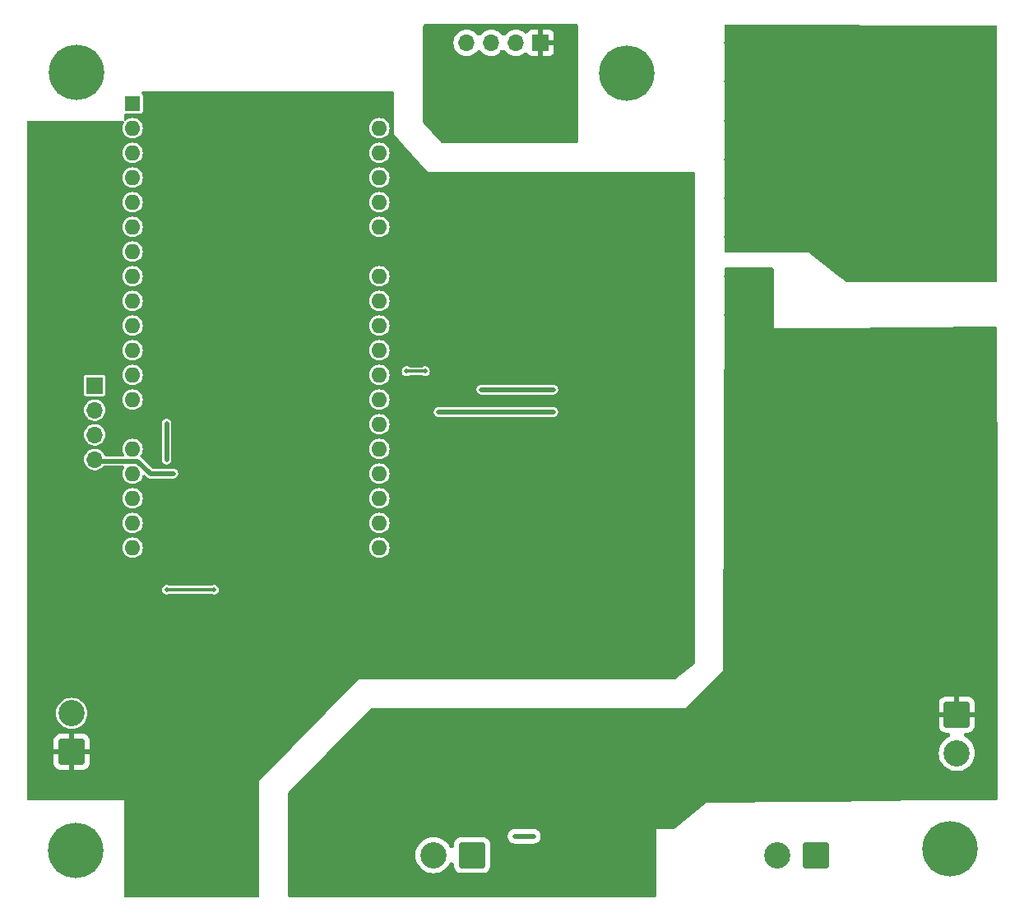
<source format=gbr>
%TF.GenerationSoftware,KiCad,Pcbnew,8.0.3*%
%TF.CreationDate,2024-06-10T17:44:00+09:00*%
%TF.ProjectId,ESP32_Master,45535033-325f-44d6-9173-7465722e6b69,rev?*%
%TF.SameCoordinates,Original*%
%TF.FileFunction,Copper,L2,Bot*%
%TF.FilePolarity,Positive*%
%FSLAX46Y46*%
G04 Gerber Fmt 4.6, Leading zero omitted, Abs format (unit mm)*
G04 Created by KiCad (PCBNEW 8.0.3) date 2024-06-10 17:44:00*
%MOMM*%
%LPD*%
G01*
G04 APERTURE LIST*
G04 Aperture macros list*
%AMRoundRect*
0 Rectangle with rounded corners*
0 $1 Rounding radius*
0 $2 $3 $4 $5 $6 $7 $8 $9 X,Y pos of 4 corners*
0 Add a 4 corners polygon primitive as box body*
4,1,4,$2,$3,$4,$5,$6,$7,$8,$9,$2,$3,0*
0 Add four circle primitives for the rounded corners*
1,1,$1+$1,$2,$3*
1,1,$1+$1,$4,$5*
1,1,$1+$1,$6,$7*
1,1,$1+$1,$8,$9*
0 Add four rect primitives between the rounded corners*
20,1,$1+$1,$2,$3,$4,$5,0*
20,1,$1+$1,$4,$5,$6,$7,0*
20,1,$1+$1,$6,$7,$8,$9,0*
20,1,$1+$1,$8,$9,$2,$3,0*%
%AMOutline4P*
0 Free polygon, 4 corners , with rotation*
0 The origin of the aperture is its center*
0 number of corners: always 4*
0 $1 to $8 corner X, Y*
0 $9 Rotation angle, in degrees counterclockwise*
0 create outline with 4 corners*
4,1,4,$1,$2,$3,$4,$5,$6,$7,$8,$1,$2,$9*%
G04 Aperture macros list end*
%TA.AperFunction,ComponentPad*%
%ADD10RoundRect,0.250001X1.099999X1.099999X-1.099999X1.099999X-1.099999X-1.099999X1.099999X-1.099999X0*%
%TD*%
%TA.AperFunction,ComponentPad*%
%ADD11C,2.700000*%
%TD*%
%TA.AperFunction,ComponentPad*%
%ADD12R,20.000000X15.000000*%
%TD*%
%TA.AperFunction,ComponentPad*%
%ADD13Outline4P,-10.000000X-2.500000X10.000000X-2.500000X5.000000X2.500000X-5.000000X2.500000X0.000000*%
%TD*%
%TA.AperFunction,ComponentPad*%
%ADD14R,10.000000X6.000000*%
%TD*%
%TA.AperFunction,ComponentPad*%
%ADD15Outline4P,-10.000000X-2.500000X10.000000X-2.500000X5.000000X2.500000X-5.000000X2.500000X180.000000*%
%TD*%
%TA.AperFunction,ComponentPad*%
%ADD16C,5.700000*%
%TD*%
%TA.AperFunction,ComponentPad*%
%ADD17R,1.700000X1.700000*%
%TD*%
%TA.AperFunction,ComponentPad*%
%ADD18O,1.700000X1.700000*%
%TD*%
%TA.AperFunction,ComponentPad*%
%ADD19R,1.600000X1.600000*%
%TD*%
%TA.AperFunction,ComponentPad*%
%ADD20O,1.600000X1.600000*%
%TD*%
%TA.AperFunction,ComponentPad*%
%ADD21RoundRect,0.250001X1.099999X-1.099999X1.099999X1.099999X-1.099999X1.099999X-1.099999X-1.099999X0*%
%TD*%
%TA.AperFunction,ComponentPad*%
%ADD22RoundRect,0.250001X-1.099999X1.099999X-1.099999X-1.099999X1.099999X-1.099999X1.099999X1.099999X0*%
%TD*%
%TA.AperFunction,ViaPad*%
%ADD23C,0.500000*%
%TD*%
%TA.AperFunction,ViaPad*%
%ADD24C,0.600000*%
%TD*%
%TA.AperFunction,Conductor*%
%ADD25C,0.500000*%
%TD*%
%TA.AperFunction,Conductor*%
%ADD26C,0.300000*%
%TD*%
G04 APERTURE END LIST*
D10*
%TO.P,J7,1,Pin_1*%
%TO.N,unconnected-(J7-Pin_1-Pad1)*%
X131200000Y-145650000D03*
D11*
%TO.P,J7,2,Pin_2*%
%TO.N,/PowerMonitor/BAT+*%
X127240000Y-145650000D03*
%TD*%
D12*
%TO.P,R13,1*%
%TO.N,GNDA*%
X139275000Y-109900000D03*
D13*
X139275000Y-99900000D03*
D14*
X139275000Y-94400000D03*
%TO.P,R13,2*%
%TO.N,/PowerMonitor/INN*%
X139275000Y-83600000D03*
D15*
X139275000Y-78100000D03*
D12*
X139275000Y-68100000D03*
%TD*%
D16*
%TO.P,J12,1,Pin_1*%
%TO.N,unconnected-(J12-Pin_1-Pad1)*%
X55000000Y-145100000D03*
%TD*%
D17*
%TO.P,J2,1,Pin_1*%
%TO.N,/CAN/CAN_GND*%
X102900000Y-62000000D03*
D18*
%TO.P,J2,2,Pin_2*%
%TO.N,/CAN/CANH*%
X100360000Y-62000000D03*
%TO.P,J2,3,Pin_3*%
%TO.N,/CAN/CANL*%
X97820000Y-62000000D03*
%TO.P,J2,4,Pin_4*%
%TO.N,/CAN/5V_CAN*%
X95280000Y-62000000D03*
%TD*%
D16*
%TO.P,J10,1,Pin_1*%
%TO.N,unconnected-(J10-Pin_1-Pad1)*%
X145000000Y-145000000D03*
%TD*%
D17*
%TO.P,J6,1,Pin_1*%
%TO.N,/MCU/MTMS*%
X57000000Y-97260000D03*
D18*
%TO.P,J6,2,Pin_2*%
%TO.N,/MCU/MTDI*%
X57000000Y-99800000D03*
%TO.P,J6,3,Pin_3*%
%TO.N,/MCU/MTCK*%
X57000000Y-102340000D03*
%TO.P,J6,4,Pin_4*%
%TO.N,/MCU/MTDO*%
X57000000Y-104880000D03*
%TD*%
D10*
%TO.P,J3,1,Pin_1*%
%TO.N,/PA*%
X95837500Y-145610000D03*
D11*
%TO.P,J3,2,Pin_2*%
%TO.N,/MA*%
X91877500Y-145610000D03*
%TD*%
D19*
%TO.P,U8,1,3V3*%
%TO.N,+3V3*%
X60900000Y-68240000D03*
D20*
%TO.P,U8,2,EN*%
%TO.N,/MCU/NRST*%
X60900000Y-70780000D03*
%TO.P,U8,3,SENSOR_VP*%
%TO.N,unconnected-(U8-SENSOR_VP-Pad3)*%
X60900000Y-73320000D03*
%TO.P,U8,4,SENSOR_VN*%
%TO.N,unconnected-(U8-SENSOR_VN-Pad4)*%
X60900000Y-75860000D03*
%TO.P,U8,5,IO34*%
%TO.N,unconnected-(U8-IO34-Pad5)*%
X60900000Y-78400000D03*
%TO.P,U8,6,IO35*%
%TO.N,unconnected-(U8-IO35-Pad6)*%
X60900000Y-80940000D03*
%TO.P,U8,7,IO32*%
%TO.N,unconnected-(U8-IO32-Pad7)*%
X60900000Y-83480000D03*
%TO.P,U8,8,IO33*%
%TO.N,unconnected-(U8-IO33-Pad8)*%
X60900000Y-86020000D03*
%TO.P,U8,9,IO25*%
%TO.N,unconnected-(U8-IO25-Pad9)*%
X60900000Y-88560000D03*
%TO.P,U8,10,IO26*%
%TO.N,unconnected-(U8-IO26-Pad10)*%
X60900000Y-91100000D03*
%TO.P,U8,11,IO27*%
%TO.N,unconnected-(U8-IO27-Pad11)*%
X60900000Y-93640000D03*
%TO.P,U8,12,IO14*%
%TO.N,/MCU/MTMS*%
X60900000Y-96180000D03*
%TO.P,U8,13,IO12*%
%TO.N,/MCU/MTDI*%
X60900000Y-98720000D03*
%TO.P,U8,14,GND*%
%TO.N,GND*%
X60900000Y-101260000D03*
%TO.P,U8,15,IO13*%
%TO.N,/MCU/MTCK*%
X60900000Y-103800000D03*
%TO.P,U8,16,SD2*%
%TO.N,unconnected-(U8-SD2-Pad16)*%
X60900000Y-106340000D03*
%TO.P,U8,17,SD3*%
%TO.N,unconnected-(U8-SD3-Pad17)*%
X60900000Y-108880000D03*
%TO.P,U8,18,CMD*%
%TO.N,unconnected-(U8-CMD-Pad18)*%
X60900000Y-111420000D03*
%TO.P,U8,19,5V*%
%TO.N,+5V*%
X60900000Y-113960000D03*
%TO.P,U8,20,CLK*%
%TO.N,unconnected-(U8-CLK-Pad20)*%
X86300000Y-113960000D03*
%TO.P,U8,21,SD0*%
%TO.N,unconnected-(U8-SD0-Pad21)*%
X86300000Y-111420000D03*
%TO.P,U8,22,SD1*%
%TO.N,unconnected-(U8-SD1-Pad22)*%
X86300000Y-108880000D03*
%TO.P,U8,23,IO15*%
%TO.N,/MCU/MTDO*%
X86300000Y-106340000D03*
%TO.P,U8,24,IO2*%
%TO.N,unconnected-(U8-IO2-Pad24)*%
X86300000Y-103800000D03*
%TO.P,U8,25,IO0*%
%TO.N,/MCU/Boot*%
X86300000Y-101260000D03*
%TO.P,U8,26,IO4*%
%TO.N,unconnected-(U8-IO4-Pad26)*%
X86300000Y-98720000D03*
%TO.P,U8,27,IO16*%
%TO.N,unconnected-(U8-IO16-Pad27)*%
X86300000Y-96180000D03*
%TO.P,U8,28,IO17*%
%TO.N,unconnected-(U8-IO17-Pad28)*%
X86300000Y-93640000D03*
%TO.P,U8,29,IO5*%
%TO.N,/MCU/SS*%
X86300000Y-91100000D03*
%TO.P,U8,30,IO18*%
%TO.N,/MCU/SCK*%
X86300000Y-88560000D03*
%TO.P,U8,31,IO19*%
%TO.N,/MCU/MISO*%
X86300000Y-86020000D03*
%TO.P,U8,32,GND*%
%TO.N,GND*%
X86300000Y-83480000D03*
%TO.P,U8,33,IO21*%
%TO.N,/MCU/SDA*%
X86300000Y-80940000D03*
%TO.P,U8,34,RXD0*%
%TO.N,/CAN/CAN_RX*%
X86300000Y-78400000D03*
%TO.P,U8,35,TXD0*%
%TO.N,/CAN/CAN_TX*%
X86300000Y-75860000D03*
%TO.P,U8,36,IO22*%
%TO.N,/MCU/SCL*%
X86300000Y-73320000D03*
%TO.P,U8,37,IO23*%
%TO.N,/MCU/MOSI*%
X86300000Y-70780000D03*
%TO.P,U8,38,GND*%
%TO.N,GND*%
X86300000Y-68240000D03*
%TD*%
D21*
%TO.P,J1,1,Pin_1*%
%TO.N,GND*%
X54630000Y-134980000D03*
D11*
%TO.P,J1,2,Pin_2*%
%TO.N,+12V*%
X54630000Y-131020000D03*
%TD*%
D16*
%TO.P,J11,1,Pin_1*%
%TO.N,unconnected-(J11-Pin_1-Pad1)*%
X55100000Y-65042500D03*
%TD*%
D22*
%TO.P,J8,1,Pin_1*%
%TO.N,GNDA*%
X145750000Y-131142500D03*
D11*
%TO.P,J8,2,Pin_2*%
%TO.N,unconnected-(J8-Pin_2-Pad2)*%
X145750000Y-135102500D03*
%TD*%
D16*
%TO.P,J9,1,Pin_1*%
%TO.N,unconnected-(J9-Pin_1-Pad1)*%
X111800000Y-65100000D03*
%TD*%
D23*
%TO.N,+3V3*%
X69300000Y-118300000D03*
X64400000Y-104900000D03*
X64400000Y-118300000D03*
X96800000Y-97700000D03*
X64400000Y-101200000D03*
X104200000Y-97700000D03*
%TO.N,Net-(D4-K)*%
X102160000Y-143670000D03*
X100270000Y-143670000D03*
%TO.N,GND*%
X92500000Y-112000000D03*
X106000000Y-86000000D03*
X102000000Y-126000000D03*
X70000000Y-146000000D03*
X90000000Y-78000000D03*
X78000000Y-74000000D03*
X74000000Y-134000000D03*
X98000000Y-114000000D03*
X96000000Y-93000000D03*
X112000000Y-103000000D03*
X62000000Y-126000000D03*
X90000000Y-118000000D03*
X67000000Y-137000000D03*
X54000000Y-106000000D03*
X54000000Y-98000000D03*
X98000000Y-82000000D03*
X54000000Y-110000000D03*
X98000000Y-112000000D03*
X66000000Y-78000000D03*
X54000000Y-90000000D03*
X66000000Y-86000000D03*
X74000000Y-70000000D03*
X66000000Y-90000000D03*
X86000000Y-118000000D03*
X78000000Y-90000000D03*
X86000000Y-126000000D03*
X70000000Y-138000000D03*
X74000000Y-98000000D03*
X118000000Y-110000000D03*
X102000000Y-86000000D03*
X58000000Y-134000000D03*
X54000000Y-118000000D03*
X70000000Y-110000000D03*
X54000000Y-86000000D03*
X94000000Y-80000000D03*
X78000000Y-114000000D03*
X95500000Y-118000000D03*
X106000000Y-82000000D03*
X54000000Y-138000000D03*
X78000000Y-126000000D03*
X66000000Y-114000000D03*
X70000000Y-98000000D03*
X92000000Y-80000000D03*
X58000000Y-138000000D03*
X66000000Y-130000000D03*
X97000000Y-106000000D03*
X82000000Y-98000000D03*
X74000000Y-114000000D03*
X102000000Y-78000000D03*
X74000000Y-86000000D03*
X54000000Y-78000000D03*
X95500000Y-112000000D03*
X98000000Y-102000000D03*
X82000000Y-86000000D03*
X66000000Y-74000000D03*
X90000000Y-126000000D03*
X74000000Y-90000000D03*
X118000000Y-126000000D03*
X95500000Y-114000000D03*
X118000000Y-94000000D03*
X82000000Y-118000000D03*
X118000000Y-102000000D03*
X70000000Y-78000000D03*
X54000000Y-114000000D03*
X106000000Y-110000000D03*
X70000000Y-70000000D03*
X94000000Y-86000000D03*
X98000000Y-122000000D03*
X78000000Y-78000000D03*
X110000000Y-98000000D03*
X70000000Y-86000000D03*
X74000000Y-126000000D03*
X110000000Y-110000000D03*
X66000000Y-70000000D03*
X58000000Y-78000000D03*
X68000000Y-135000000D03*
X118000000Y-86000000D03*
X110000000Y-118000000D03*
X94000000Y-78000000D03*
X110000000Y-78000000D03*
X78000000Y-110000000D03*
X114000000Y-126000000D03*
X98000000Y-108000000D03*
X106000000Y-106000000D03*
X92000000Y-86000000D03*
X66000000Y-146000000D03*
X118000000Y-78000000D03*
X92000000Y-78000000D03*
X62000000Y-146000000D03*
X106000000Y-122000000D03*
X96000000Y-95000000D03*
X62000000Y-142000000D03*
X58000000Y-114000000D03*
X99000000Y-102000000D03*
X92500000Y-114000000D03*
X114000000Y-103000000D03*
X101000000Y-101000000D03*
X82000000Y-74000000D03*
X100000000Y-108000000D03*
X106000000Y-98000000D03*
X70000000Y-134000000D03*
X98000000Y-126000000D03*
X90000000Y-122000000D03*
X54000000Y-82000000D03*
X66000000Y-82000000D03*
X67000000Y-136000000D03*
X90000000Y-80000000D03*
X78000000Y-130000000D03*
X94000000Y-126000000D03*
X62000000Y-138000000D03*
X58000000Y-122000000D03*
X74000000Y-94000000D03*
X106000000Y-114000000D03*
X118000000Y-90000000D03*
X106000000Y-118000000D03*
X78000000Y-82000000D03*
X70000000Y-126000000D03*
X70000000Y-74000000D03*
X82000000Y-110000000D03*
X58000000Y-86000000D03*
X78000000Y-70000000D03*
X74000000Y-74000000D03*
X118000000Y-82000000D03*
X70000000Y-130000000D03*
X82000000Y-90000000D03*
X74000000Y-82000000D03*
X100000000Y-110000000D03*
X98000000Y-118000000D03*
X106000000Y-103000000D03*
X82000000Y-122000000D03*
X67000000Y-135000000D03*
X92000000Y-82000000D03*
X58000000Y-110000000D03*
X70000000Y-122000000D03*
X82000000Y-114000000D03*
X102000000Y-94000000D03*
X96000000Y-92000000D03*
X58000000Y-126000000D03*
X100000000Y-112000000D03*
X74000000Y-110000000D03*
X118000000Y-106000000D03*
X118000000Y-118000000D03*
X66000000Y-142000000D03*
X70000000Y-142000000D03*
X74000000Y-118000000D03*
X110000000Y-122000000D03*
X118000000Y-114000000D03*
X66000000Y-94000000D03*
X82000000Y-82000000D03*
X102000000Y-82000000D03*
X74000000Y-130000000D03*
X118000000Y-122000000D03*
X74000000Y-78000000D03*
X68000000Y-136000000D03*
X92500000Y-118000000D03*
X110000000Y-103000000D03*
X82000000Y-70000000D03*
X66000000Y-126000000D03*
X102000000Y-99000000D03*
X95000000Y-102000000D03*
X58000000Y-130000000D03*
X96000000Y-94000000D03*
X66000000Y-98000000D03*
X98000000Y-110000000D03*
X62000000Y-130000000D03*
X114000000Y-94000000D03*
X95500000Y-110500000D03*
X94000000Y-102000000D03*
X90000000Y-110000000D03*
X70000000Y-114000000D03*
X106000000Y-94000000D03*
X97000000Y-102000000D03*
X104000000Y-101000000D03*
X104000000Y-99000000D03*
X110000000Y-106000000D03*
X70000000Y-90000000D03*
X78000000Y-86000000D03*
X114000000Y-98000000D03*
X95000000Y-106000000D03*
X58000000Y-118000000D03*
X62000000Y-118000000D03*
X114000000Y-86000000D03*
X110000000Y-126000000D03*
X66000000Y-110000000D03*
X78000000Y-94000000D03*
X82000000Y-78000000D03*
X78000000Y-118000000D03*
X96000000Y-106000000D03*
X82000000Y-126000000D03*
X96000000Y-102000000D03*
X78000000Y-98000000D03*
X92500000Y-110500000D03*
X70000000Y-94000000D03*
X110000000Y-82000000D03*
X106000000Y-126000000D03*
X102000000Y-102000000D03*
X54000000Y-94000000D03*
X92000000Y-84000000D03*
X78000000Y-122000000D03*
X54000000Y-102000000D03*
X86000000Y-122000000D03*
X114000000Y-82000000D03*
X114000000Y-78000000D03*
X106000000Y-78000000D03*
X70000000Y-82000000D03*
X110000000Y-94000000D03*
X54000000Y-122000000D03*
X118000000Y-98000000D03*
X58000000Y-94000000D03*
X90000000Y-114000000D03*
X58000000Y-82000000D03*
X62000000Y-122000000D03*
X82000000Y-94000000D03*
X62000000Y-134000000D03*
X100000000Y-114000000D03*
X58000000Y-90000000D03*
X98000000Y-86000000D03*
X110000000Y-86000000D03*
X54000000Y-74000000D03*
X58000000Y-106000000D03*
%TO.N,GNDA*%
X122000000Y-98000000D03*
X106000000Y-144000000D03*
X94000000Y-134000000D03*
X126000000Y-134000000D03*
X98000000Y-134000000D03*
X126000000Y-122000000D03*
X126000000Y-106000000D03*
X134000000Y-130000000D03*
X126000000Y-102000000D03*
X142000000Y-134000000D03*
X122000000Y-86000000D03*
X86000000Y-131000000D03*
X130000000Y-130000000D03*
X82000000Y-146000000D03*
X134000000Y-126000000D03*
X122000000Y-138000000D03*
X106000000Y-142000000D03*
X106000000Y-131000000D03*
X82000000Y-138000000D03*
X118000000Y-134000000D03*
X146000000Y-118000000D03*
X134000000Y-138000000D03*
X130000000Y-98000000D03*
X86000000Y-138000000D03*
X130000000Y-126000000D03*
X130000000Y-134000000D03*
X104000000Y-142000000D03*
X98000000Y-138000000D03*
X114000000Y-131000000D03*
X130000000Y-138000000D03*
X98000000Y-146000000D03*
X142000000Y-138000000D03*
X146000000Y-138000000D03*
X106000000Y-136000000D03*
X142000000Y-118000000D03*
X118000000Y-138000000D03*
X78000000Y-142000000D03*
X122000000Y-126000000D03*
X122000000Y-118000000D03*
X86000000Y-134000000D03*
X126000000Y-130000000D03*
X122000000Y-110000000D03*
X102000000Y-131000000D03*
X138000000Y-118000000D03*
X126000000Y-126000000D03*
X126000000Y-94000000D03*
X94000000Y-131000000D03*
X122000000Y-122000000D03*
X138000000Y-138000000D03*
X90000000Y-134000000D03*
X130000000Y-122000000D03*
X126000000Y-86000000D03*
X86000000Y-146000000D03*
X122000000Y-114000000D03*
X104000000Y-144000000D03*
X146000000Y-126000000D03*
X126000000Y-110000000D03*
X138000000Y-122000000D03*
X110000000Y-131000000D03*
X126000000Y-98000000D03*
X122000000Y-102000000D03*
X138000000Y-130000000D03*
X98000000Y-142000000D03*
X126000000Y-118000000D03*
X122000000Y-106000000D03*
X142000000Y-126000000D03*
X86000000Y-142000000D03*
X130000000Y-118000000D03*
X90000000Y-131000000D03*
X122000000Y-134000000D03*
X142000000Y-122000000D03*
X138000000Y-134000000D03*
X134000000Y-118000000D03*
X138000000Y-126000000D03*
X106000000Y-138000000D03*
X146000000Y-94000000D03*
X126000000Y-138000000D03*
X134000000Y-134000000D03*
X146000000Y-98000000D03*
X82000000Y-142000000D03*
X98000000Y-131000000D03*
X142000000Y-130000000D03*
X130000000Y-94000000D03*
X106000000Y-140000000D03*
X78000000Y-146000000D03*
X134000000Y-122000000D03*
X122000000Y-90000000D03*
X146000000Y-122000000D03*
X118000000Y-131000000D03*
X126000000Y-114000000D03*
%TO.N,/MCU/MTDO*%
X65080000Y-106340000D03*
D24*
%TO.N,/CAN/CAN_GND*%
X100000000Y-72000000D03*
X92000000Y-66000000D03*
X106000000Y-70000000D03*
X106000000Y-64000000D03*
X104000000Y-66000000D03*
X102000000Y-64000000D03*
X94000000Y-68000000D03*
X92000000Y-68000000D03*
X99000000Y-68000000D03*
X106000000Y-72000000D03*
X99000000Y-70000000D03*
X98000000Y-72000000D03*
X92000000Y-62000000D03*
X104000000Y-68000000D03*
X106000000Y-62000000D03*
X92000000Y-70000000D03*
X104000000Y-64000000D03*
X106000000Y-66000000D03*
X104000000Y-72000000D03*
X94000000Y-70000000D03*
X94000000Y-72000000D03*
X96000000Y-72000000D03*
X99000000Y-63000000D03*
X102000000Y-72000000D03*
X92000000Y-64000000D03*
X106000000Y-68000000D03*
X102000000Y-68000000D03*
X102000000Y-66000000D03*
D23*
%TO.N,/MCU/MISO*%
X91000000Y-95800000D03*
X89100000Y-95800000D03*
%TO.N,/PowerMonitor/INN*%
X134000000Y-82000000D03*
X126000000Y-74000000D03*
X130000000Y-78000000D03*
X122000000Y-70000000D03*
X130000000Y-82000000D03*
X126000000Y-82000000D03*
X134000000Y-86000000D03*
X126000000Y-66000000D03*
X126000000Y-62000000D03*
X146000000Y-86000000D03*
X122000000Y-62000000D03*
X146000000Y-82000000D03*
X126000000Y-78000000D03*
X122000000Y-66000000D03*
X122000000Y-78000000D03*
X126000000Y-70000000D03*
X122000000Y-74000000D03*
X122000000Y-82000000D03*
%TO.N,+12V*%
X92400000Y-100000000D03*
X104200000Y-100000000D03*
%TD*%
D25*
%TO.N,+3V3*%
X96800000Y-97700000D02*
X104200000Y-97700000D01*
D26*
X69300000Y-118300000D02*
X64400000Y-118300000D01*
D25*
X64400000Y-104900000D02*
X64400000Y-101200000D01*
%TO.N,Net-(D4-K)*%
X102160000Y-143670000D02*
X100270000Y-143670000D01*
%TO.N,/MCU/MTDO*%
X61417767Y-105050000D02*
X57170000Y-105050000D01*
X57170000Y-105050000D02*
X57000000Y-104880000D01*
X62707767Y-106340000D02*
X61417767Y-105050000D01*
X65080000Y-106340000D02*
X62707767Y-106340000D01*
D26*
%TO.N,/MCU/MISO*%
X91000000Y-95800000D02*
X89100000Y-95800000D01*
D25*
%TO.N,+12V*%
X104200000Y-100000000D02*
X92400000Y-100000000D01*
%TD*%
%TA.AperFunction,Conductor*%
%TO.N,GND*%
G36*
X87743039Y-67019685D02*
G01*
X87788794Y-67072489D01*
X87800000Y-67124000D01*
X87800000Y-71400001D01*
X88853221Y-72573589D01*
X91300000Y-75300000D01*
X118676000Y-75300000D01*
X118743039Y-75319685D01*
X118788794Y-75372489D01*
X118800000Y-75424000D01*
X118800000Y-125840402D01*
X118780315Y-125907441D01*
X118753462Y-125937230D01*
X116833965Y-127472828D01*
X116769319Y-127499336D01*
X116756503Y-127500000D01*
X84200000Y-127500000D01*
X84199999Y-127500000D01*
X84199998Y-127500001D01*
X73900000Y-137999999D01*
X73900000Y-149865500D01*
X73880315Y-149932539D01*
X73827511Y-149978294D01*
X73776000Y-149989500D01*
X60124000Y-149989500D01*
X60056961Y-149969815D01*
X60011206Y-149917011D01*
X60000000Y-149865500D01*
X60000000Y-140000000D01*
X50134500Y-140000000D01*
X50067461Y-139980315D01*
X50021706Y-139927511D01*
X50010500Y-139876000D01*
X50010500Y-133830014D01*
X52780000Y-133830014D01*
X52780000Y-134730000D01*
X53813520Y-134730000D01*
X53812665Y-134732064D01*
X53780000Y-134896282D01*
X53780000Y-135063718D01*
X53812665Y-135227936D01*
X53813520Y-135230000D01*
X52780000Y-135230000D01*
X52780000Y-136129985D01*
X52790493Y-136232689D01*
X52790494Y-136232696D01*
X52845641Y-136399118D01*
X52845643Y-136399123D01*
X52937684Y-136548344D01*
X53061655Y-136672315D01*
X53210876Y-136764356D01*
X53210881Y-136764358D01*
X53377303Y-136819505D01*
X53377310Y-136819506D01*
X53480014Y-136829999D01*
X53480027Y-136830000D01*
X54380000Y-136830000D01*
X54380000Y-135796480D01*
X54382064Y-135797335D01*
X54546282Y-135830000D01*
X54713718Y-135830000D01*
X54877936Y-135797335D01*
X54880000Y-135796480D01*
X54880000Y-136830000D01*
X55779973Y-136830000D01*
X55779985Y-136829999D01*
X55882689Y-136819506D01*
X55882696Y-136819505D01*
X56049118Y-136764358D01*
X56049123Y-136764356D01*
X56198344Y-136672315D01*
X56322315Y-136548344D01*
X56414356Y-136399123D01*
X56414358Y-136399118D01*
X56469505Y-136232696D01*
X56469506Y-136232689D01*
X56479999Y-136129985D01*
X56480000Y-136129972D01*
X56480000Y-135230000D01*
X55446480Y-135230000D01*
X55447335Y-135227936D01*
X55480000Y-135063718D01*
X55480000Y-134896282D01*
X55447335Y-134732064D01*
X55446480Y-134730000D01*
X56480000Y-134730000D01*
X56480000Y-133830027D01*
X56479999Y-133830014D01*
X56469506Y-133727310D01*
X56469505Y-133727303D01*
X56414358Y-133560881D01*
X56414356Y-133560876D01*
X56322315Y-133411655D01*
X56198344Y-133287684D01*
X56049123Y-133195643D01*
X56049118Y-133195641D01*
X55882696Y-133140494D01*
X55882689Y-133140493D01*
X55779985Y-133130000D01*
X54880000Y-133130000D01*
X54880000Y-134163519D01*
X54877936Y-134162665D01*
X54713718Y-134130000D01*
X54546282Y-134130000D01*
X54382064Y-134162665D01*
X54380000Y-134163519D01*
X54380000Y-133130000D01*
X53480014Y-133130000D01*
X53377310Y-133140493D01*
X53377303Y-133140494D01*
X53210881Y-133195641D01*
X53210876Y-133195643D01*
X53061655Y-133287684D01*
X52937684Y-133411655D01*
X52845643Y-133560876D01*
X52845641Y-133560881D01*
X52790494Y-133727303D01*
X52790493Y-133727310D01*
X52780000Y-133830014D01*
X50010500Y-133830014D01*
X50010500Y-131020000D01*
X53024551Y-131020000D01*
X53044317Y-131271151D01*
X53103126Y-131516110D01*
X53199533Y-131748859D01*
X53331160Y-131963653D01*
X53331161Y-131963656D01*
X53331164Y-131963659D01*
X53494776Y-132155224D01*
X53643066Y-132281875D01*
X53686343Y-132318838D01*
X53686346Y-132318839D01*
X53901140Y-132450466D01*
X54133889Y-132546873D01*
X54378852Y-132605683D01*
X54630000Y-132625449D01*
X54881148Y-132605683D01*
X55126111Y-132546873D01*
X55358859Y-132450466D01*
X55573659Y-132318836D01*
X55765224Y-132155224D01*
X55928836Y-131963659D01*
X56060466Y-131748859D01*
X56156873Y-131516111D01*
X56215683Y-131271148D01*
X56235449Y-131020000D01*
X56215683Y-130768852D01*
X56156873Y-130523889D01*
X56060466Y-130291141D01*
X56060466Y-130291140D01*
X55928839Y-130076346D01*
X55928838Y-130076343D01*
X55891875Y-130033066D01*
X55765224Y-129884776D01*
X55638571Y-129776604D01*
X55573656Y-129721161D01*
X55573653Y-129721160D01*
X55358859Y-129589533D01*
X55126110Y-129493126D01*
X54881151Y-129434317D01*
X54630000Y-129414551D01*
X54378848Y-129434317D01*
X54133889Y-129493126D01*
X53901140Y-129589533D01*
X53686346Y-129721160D01*
X53686343Y-129721161D01*
X53494776Y-129884776D01*
X53331161Y-130076343D01*
X53331160Y-130076346D01*
X53199533Y-130291140D01*
X53103126Y-130523889D01*
X53044317Y-130768848D01*
X53024551Y-131020000D01*
X50010500Y-131020000D01*
X50010500Y-118300000D01*
X63894353Y-118300000D01*
X63914834Y-118442456D01*
X63974622Y-118573371D01*
X63974623Y-118573373D01*
X64068872Y-118682143D01*
X64189947Y-118759953D01*
X64189950Y-118759954D01*
X64189949Y-118759954D01*
X64328036Y-118800499D01*
X64328038Y-118800500D01*
X64328039Y-118800500D01*
X64471962Y-118800500D01*
X64471962Y-118800499D01*
X64610050Y-118759954D01*
X64610051Y-118759954D01*
X64671936Y-118720184D01*
X64738974Y-118700500D01*
X68961026Y-118700500D01*
X69028064Y-118720184D01*
X69089949Y-118759954D01*
X69228036Y-118800499D01*
X69228038Y-118800500D01*
X69228039Y-118800500D01*
X69371962Y-118800500D01*
X69371962Y-118800499D01*
X69510053Y-118759953D01*
X69631128Y-118682143D01*
X69725377Y-118573373D01*
X69785165Y-118442457D01*
X69805647Y-118300000D01*
X69785165Y-118157543D01*
X69725377Y-118026627D01*
X69631128Y-117917857D01*
X69510053Y-117840047D01*
X69510051Y-117840046D01*
X69510049Y-117840045D01*
X69510050Y-117840045D01*
X69371963Y-117799500D01*
X69371961Y-117799500D01*
X69228039Y-117799500D01*
X69228036Y-117799500D01*
X69089950Y-117840045D01*
X69089948Y-117840045D01*
X69028064Y-117879816D01*
X68961026Y-117899500D01*
X64738974Y-117899500D01*
X64671936Y-117879816D01*
X64610050Y-117840045D01*
X64471963Y-117799500D01*
X64471961Y-117799500D01*
X64328039Y-117799500D01*
X64328036Y-117799500D01*
X64189949Y-117840045D01*
X64068873Y-117917856D01*
X63974623Y-118026626D01*
X63974622Y-118026628D01*
X63914834Y-118157543D01*
X63894353Y-118300000D01*
X50010500Y-118300000D01*
X50010500Y-113960000D01*
X59844417Y-113960000D01*
X59864699Y-114165932D01*
X59864700Y-114165934D01*
X59924768Y-114363954D01*
X60022315Y-114546450D01*
X60022317Y-114546452D01*
X60153589Y-114706410D01*
X60250209Y-114785702D01*
X60313550Y-114837685D01*
X60496046Y-114935232D01*
X60694066Y-114995300D01*
X60694065Y-114995300D01*
X60712529Y-114997118D01*
X60900000Y-115015583D01*
X61105934Y-114995300D01*
X61303954Y-114935232D01*
X61486450Y-114837685D01*
X61646410Y-114706410D01*
X61777685Y-114546450D01*
X61875232Y-114363954D01*
X61935300Y-114165934D01*
X61955583Y-113960000D01*
X85244417Y-113960000D01*
X85264699Y-114165932D01*
X85264700Y-114165934D01*
X85324768Y-114363954D01*
X85422315Y-114546450D01*
X85422317Y-114546452D01*
X85553589Y-114706410D01*
X85650209Y-114785702D01*
X85713550Y-114837685D01*
X85896046Y-114935232D01*
X86094066Y-114995300D01*
X86094065Y-114995300D01*
X86112529Y-114997118D01*
X86300000Y-115015583D01*
X86505934Y-114995300D01*
X86703954Y-114935232D01*
X86886450Y-114837685D01*
X87046410Y-114706410D01*
X87177685Y-114546450D01*
X87275232Y-114363954D01*
X87335300Y-114165934D01*
X87355583Y-113960000D01*
X87335300Y-113754066D01*
X87275232Y-113556046D01*
X87177685Y-113373550D01*
X87125702Y-113310209D01*
X87046410Y-113213589D01*
X86886452Y-113082317D01*
X86886453Y-113082317D01*
X86886450Y-113082315D01*
X86703954Y-112984768D01*
X86505934Y-112924700D01*
X86505932Y-112924699D01*
X86505934Y-112924699D01*
X86300000Y-112904417D01*
X86094067Y-112924699D01*
X85896043Y-112984769D01*
X85785898Y-113043643D01*
X85713550Y-113082315D01*
X85713548Y-113082316D01*
X85713547Y-113082317D01*
X85553589Y-113213589D01*
X85422317Y-113373547D01*
X85324769Y-113556043D01*
X85264699Y-113754067D01*
X85244417Y-113960000D01*
X61955583Y-113960000D01*
X61935300Y-113754066D01*
X61875232Y-113556046D01*
X61777685Y-113373550D01*
X61725702Y-113310209D01*
X61646410Y-113213589D01*
X61486452Y-113082317D01*
X61486453Y-113082317D01*
X61486450Y-113082315D01*
X61303954Y-112984768D01*
X61105934Y-112924700D01*
X61105932Y-112924699D01*
X61105934Y-112924699D01*
X60900000Y-112904417D01*
X60694067Y-112924699D01*
X60496043Y-112984769D01*
X60385898Y-113043643D01*
X60313550Y-113082315D01*
X60313548Y-113082316D01*
X60313547Y-113082317D01*
X60153589Y-113213589D01*
X60022317Y-113373547D01*
X59924769Y-113556043D01*
X59864699Y-113754067D01*
X59844417Y-113960000D01*
X50010500Y-113960000D01*
X50010500Y-111420000D01*
X59844417Y-111420000D01*
X59864699Y-111625932D01*
X59864700Y-111625934D01*
X59924768Y-111823954D01*
X60022315Y-112006450D01*
X60022317Y-112006452D01*
X60153589Y-112166410D01*
X60250209Y-112245702D01*
X60313550Y-112297685D01*
X60496046Y-112395232D01*
X60694066Y-112455300D01*
X60694065Y-112455300D01*
X60712529Y-112457118D01*
X60900000Y-112475583D01*
X61105934Y-112455300D01*
X61303954Y-112395232D01*
X61486450Y-112297685D01*
X61646410Y-112166410D01*
X61777685Y-112006450D01*
X61875232Y-111823954D01*
X61935300Y-111625934D01*
X61955583Y-111420000D01*
X85244417Y-111420000D01*
X85264699Y-111625932D01*
X85264700Y-111625934D01*
X85324768Y-111823954D01*
X85422315Y-112006450D01*
X85422317Y-112006452D01*
X85553589Y-112166410D01*
X85650209Y-112245702D01*
X85713550Y-112297685D01*
X85896046Y-112395232D01*
X86094066Y-112455300D01*
X86094065Y-112455300D01*
X86112529Y-112457118D01*
X86300000Y-112475583D01*
X86505934Y-112455300D01*
X86703954Y-112395232D01*
X86886450Y-112297685D01*
X87046410Y-112166410D01*
X87177685Y-112006450D01*
X87275232Y-111823954D01*
X87335300Y-111625934D01*
X87355583Y-111420000D01*
X87335300Y-111214066D01*
X87275232Y-111016046D01*
X87177685Y-110833550D01*
X87125702Y-110770209D01*
X87046410Y-110673589D01*
X86886452Y-110542317D01*
X86886453Y-110542317D01*
X86886450Y-110542315D01*
X86703954Y-110444768D01*
X86505934Y-110384700D01*
X86505932Y-110384699D01*
X86505934Y-110384699D01*
X86300000Y-110364417D01*
X86094067Y-110384699D01*
X85896043Y-110444769D01*
X85785898Y-110503643D01*
X85713550Y-110542315D01*
X85713548Y-110542316D01*
X85713547Y-110542317D01*
X85553589Y-110673589D01*
X85422317Y-110833547D01*
X85324769Y-111016043D01*
X85264699Y-111214067D01*
X85244417Y-111420000D01*
X61955583Y-111420000D01*
X61935300Y-111214066D01*
X61875232Y-111016046D01*
X61777685Y-110833550D01*
X61725702Y-110770209D01*
X61646410Y-110673589D01*
X61486452Y-110542317D01*
X61486453Y-110542317D01*
X61486450Y-110542315D01*
X61303954Y-110444768D01*
X61105934Y-110384700D01*
X61105932Y-110384699D01*
X61105934Y-110384699D01*
X60900000Y-110364417D01*
X60694067Y-110384699D01*
X60496043Y-110444769D01*
X60385898Y-110503643D01*
X60313550Y-110542315D01*
X60313548Y-110542316D01*
X60313547Y-110542317D01*
X60153589Y-110673589D01*
X60022317Y-110833547D01*
X59924769Y-111016043D01*
X59864699Y-111214067D01*
X59844417Y-111420000D01*
X50010500Y-111420000D01*
X50010500Y-108880000D01*
X59844417Y-108880000D01*
X59864699Y-109085932D01*
X59864700Y-109085934D01*
X59924768Y-109283954D01*
X60022315Y-109466450D01*
X60022317Y-109466452D01*
X60153589Y-109626410D01*
X60250209Y-109705702D01*
X60313550Y-109757685D01*
X60496046Y-109855232D01*
X60694066Y-109915300D01*
X60694065Y-109915300D01*
X60712529Y-109917118D01*
X60900000Y-109935583D01*
X61105934Y-109915300D01*
X61303954Y-109855232D01*
X61486450Y-109757685D01*
X61646410Y-109626410D01*
X61777685Y-109466450D01*
X61875232Y-109283954D01*
X61935300Y-109085934D01*
X61955583Y-108880000D01*
X85244417Y-108880000D01*
X85264699Y-109085932D01*
X85264700Y-109085934D01*
X85324768Y-109283954D01*
X85422315Y-109466450D01*
X85422317Y-109466452D01*
X85553589Y-109626410D01*
X85650209Y-109705702D01*
X85713550Y-109757685D01*
X85896046Y-109855232D01*
X86094066Y-109915300D01*
X86094065Y-109915300D01*
X86112529Y-109917118D01*
X86300000Y-109935583D01*
X86505934Y-109915300D01*
X86703954Y-109855232D01*
X86886450Y-109757685D01*
X87046410Y-109626410D01*
X87177685Y-109466450D01*
X87275232Y-109283954D01*
X87335300Y-109085934D01*
X87355583Y-108880000D01*
X87335300Y-108674066D01*
X87275232Y-108476046D01*
X87177685Y-108293550D01*
X87125702Y-108230209D01*
X87046410Y-108133589D01*
X86886452Y-108002317D01*
X86886453Y-108002317D01*
X86886450Y-108002315D01*
X86703954Y-107904768D01*
X86505934Y-107844700D01*
X86505932Y-107844699D01*
X86505934Y-107844699D01*
X86300000Y-107824417D01*
X86094067Y-107844699D01*
X85896043Y-107904769D01*
X85785898Y-107963643D01*
X85713550Y-108002315D01*
X85713548Y-108002316D01*
X85713547Y-108002317D01*
X85553589Y-108133589D01*
X85422317Y-108293547D01*
X85324769Y-108476043D01*
X85264699Y-108674067D01*
X85244417Y-108880000D01*
X61955583Y-108880000D01*
X61935300Y-108674066D01*
X61875232Y-108476046D01*
X61777685Y-108293550D01*
X61725702Y-108230209D01*
X61646410Y-108133589D01*
X61486452Y-108002317D01*
X61486453Y-108002317D01*
X61486450Y-108002315D01*
X61303954Y-107904768D01*
X61105934Y-107844700D01*
X61105932Y-107844699D01*
X61105934Y-107844699D01*
X60900000Y-107824417D01*
X60694067Y-107844699D01*
X60496043Y-107904769D01*
X60385898Y-107963643D01*
X60313550Y-108002315D01*
X60313548Y-108002316D01*
X60313547Y-108002317D01*
X60153589Y-108133589D01*
X60022317Y-108293547D01*
X59924769Y-108476043D01*
X59864699Y-108674067D01*
X59844417Y-108880000D01*
X50010500Y-108880000D01*
X50010500Y-104879999D01*
X55894785Y-104879999D01*
X55894785Y-104880000D01*
X55913602Y-105083082D01*
X55969417Y-105279247D01*
X55969422Y-105279260D01*
X56060327Y-105461821D01*
X56183237Y-105624581D01*
X56333958Y-105761980D01*
X56333960Y-105761982D01*
X56400499Y-105803181D01*
X56507363Y-105869348D01*
X56697544Y-105943024D01*
X56898024Y-105980500D01*
X56898026Y-105980500D01*
X57101974Y-105980500D01*
X57101976Y-105980500D01*
X57302456Y-105943024D01*
X57492637Y-105869348D01*
X57666041Y-105761981D01*
X57816764Y-105624579D01*
X57822339Y-105617195D01*
X57835498Y-105599772D01*
X57891607Y-105558137D01*
X57934451Y-105550500D01*
X59926778Y-105550500D01*
X59993817Y-105570185D01*
X60039572Y-105622989D01*
X60049516Y-105692147D01*
X60024922Y-105747959D01*
X60025702Y-105748480D01*
X60022740Y-105752913D01*
X60022627Y-105753170D01*
X60022316Y-105753548D01*
X59924769Y-105936043D01*
X59864699Y-106134067D01*
X59844417Y-106340000D01*
X59864699Y-106545932D01*
X59864700Y-106545934D01*
X59924768Y-106743954D01*
X60022315Y-106926450D01*
X60022317Y-106926452D01*
X60153589Y-107086410D01*
X60250209Y-107165702D01*
X60313550Y-107217685D01*
X60496046Y-107315232D01*
X60694066Y-107375300D01*
X60694065Y-107375300D01*
X60712529Y-107377118D01*
X60900000Y-107395583D01*
X61105934Y-107375300D01*
X61303954Y-107315232D01*
X61486450Y-107217685D01*
X61646410Y-107086410D01*
X61777685Y-106926450D01*
X61875232Y-106743954D01*
X61935300Y-106545934D01*
X61935300Y-106545932D01*
X61937068Y-106540105D01*
X61938688Y-106540596D01*
X61967314Y-106485865D01*
X62028027Y-106451287D01*
X62097797Y-106455021D01*
X62144233Y-106484280D01*
X62307267Y-106647314D01*
X62400453Y-106740500D01*
X62503428Y-106799953D01*
X62514581Y-106806392D01*
X62641874Y-106840500D01*
X62641875Y-106840500D01*
X62641876Y-106840500D01*
X65151963Y-106840500D01*
X65151963Y-106840499D01*
X65190226Y-106829263D01*
X65213902Y-106822312D01*
X65216681Y-106821531D01*
X65273186Y-106806392D01*
X65273189Y-106806389D01*
X65279367Y-106803832D01*
X65288996Y-106800434D01*
X65290045Y-106799955D01*
X65290053Y-106799953D01*
X65338087Y-106769082D01*
X65343102Y-106766025D01*
X65387314Y-106740500D01*
X65387321Y-106740492D01*
X65391828Y-106737035D01*
X65407067Y-106724752D01*
X65411128Y-106722143D01*
X65443653Y-106684605D01*
X65449673Y-106678140D01*
X65480500Y-106647314D01*
X65483628Y-106641894D01*
X65497304Y-106622688D01*
X65505377Y-106613373D01*
X65522912Y-106574974D01*
X65528311Y-106564502D01*
X65546392Y-106533186D01*
X65549952Y-106519898D01*
X65556934Y-106500479D01*
X65565165Y-106482457D01*
X65570111Y-106448053D01*
X65573074Y-106433606D01*
X65574263Y-106429165D01*
X65580500Y-106405892D01*
X65580500Y-106384667D01*
X65581762Y-106367020D01*
X65585647Y-106340000D01*
X85244417Y-106340000D01*
X85264699Y-106545932D01*
X85264700Y-106545934D01*
X85324768Y-106743954D01*
X85422315Y-106926450D01*
X85422317Y-106926452D01*
X85553589Y-107086410D01*
X85650209Y-107165702D01*
X85713550Y-107217685D01*
X85896046Y-107315232D01*
X86094066Y-107375300D01*
X86094065Y-107375300D01*
X86112529Y-107377118D01*
X86300000Y-107395583D01*
X86505934Y-107375300D01*
X86703954Y-107315232D01*
X86886450Y-107217685D01*
X87046410Y-107086410D01*
X87177685Y-106926450D01*
X87275232Y-106743954D01*
X87335300Y-106545934D01*
X87355583Y-106340000D01*
X87335300Y-106134066D01*
X87275232Y-105936046D01*
X87177685Y-105753550D01*
X87071842Y-105624579D01*
X87046410Y-105593589D01*
X86886452Y-105462317D01*
X86886453Y-105462317D01*
X86886450Y-105462315D01*
X86703954Y-105364768D01*
X86505934Y-105304700D01*
X86505932Y-105304699D01*
X86505934Y-105304699D01*
X86300000Y-105284417D01*
X86094067Y-105304699D01*
X85918692Y-105357898D01*
X85910334Y-105360434D01*
X85896043Y-105364769D01*
X85785898Y-105423643D01*
X85713550Y-105462315D01*
X85713548Y-105462316D01*
X85713547Y-105462317D01*
X85553589Y-105593589D01*
X85422317Y-105753547D01*
X85422316Y-105753548D01*
X85422315Y-105753550D01*
X85386895Y-105819815D01*
X85324769Y-105936043D01*
X85264699Y-106134067D01*
X85244417Y-106340000D01*
X65585647Y-106340000D01*
X65585647Y-106339999D01*
X65581762Y-106312977D01*
X65580500Y-106295331D01*
X65580500Y-106274110D01*
X65580500Y-106274108D01*
X65573073Y-106246390D01*
X65570111Y-106231946D01*
X65565165Y-106197545D01*
X65565165Y-106197543D01*
X65556928Y-106179509D01*
X65549949Y-106160091D01*
X65546392Y-106146814D01*
X65528316Y-106115506D01*
X65522911Y-106105020D01*
X65505380Y-106066633D01*
X65505379Y-106066631D01*
X65505377Y-106066627D01*
X65505372Y-106066621D01*
X65497306Y-106057312D01*
X65483628Y-106038104D01*
X65480499Y-106032685D01*
X65449677Y-106001863D01*
X65443659Y-105995401D01*
X65411128Y-105957857D01*
X65411125Y-105957854D01*
X65407066Y-105955246D01*
X65391793Y-105942937D01*
X65387318Y-105939504D01*
X65387314Y-105939500D01*
X65375404Y-105932623D01*
X65343121Y-105913984D01*
X65338085Y-105910915D01*
X65337879Y-105910782D01*
X65290053Y-105880047D01*
X65290051Y-105880046D01*
X65290049Y-105880045D01*
X65289004Y-105879567D01*
X65279375Y-105876171D01*
X65273192Y-105873610D01*
X65273187Y-105873608D01*
X65273186Y-105873608D01*
X65216701Y-105858473D01*
X65213862Y-105857675D01*
X65151963Y-105839500D01*
X65151961Y-105839500D01*
X65145892Y-105839500D01*
X62966443Y-105839500D01*
X62899404Y-105819815D01*
X62878762Y-105803181D01*
X61719334Y-104643753D01*
X61720600Y-104642486D01*
X61685338Y-104594185D01*
X61681189Y-104524439D01*
X61706178Y-104473582D01*
X61737473Y-104435449D01*
X61777685Y-104386450D01*
X61875232Y-104203954D01*
X61935300Y-104005934D01*
X61955583Y-103800000D01*
X61935300Y-103594066D01*
X61875232Y-103396046D01*
X61777685Y-103213550D01*
X61671842Y-103084579D01*
X61646410Y-103053589D01*
X61486452Y-102922317D01*
X61486453Y-102922317D01*
X61486450Y-102922315D01*
X61303954Y-102824768D01*
X61105934Y-102764700D01*
X61105932Y-102764699D01*
X61105934Y-102764699D01*
X60900000Y-102744417D01*
X60694067Y-102764699D01*
X60496043Y-102824769D01*
X60385898Y-102883643D01*
X60313550Y-102922315D01*
X60313548Y-102922316D01*
X60313547Y-102922317D01*
X60153589Y-103053589D01*
X60022317Y-103213547D01*
X60022315Y-103213550D01*
X60017808Y-103221982D01*
X59924769Y-103396043D01*
X59864699Y-103594067D01*
X59844417Y-103800000D01*
X59864699Y-104005932D01*
X59864700Y-104005934D01*
X59924768Y-104203954D01*
X60011944Y-104367048D01*
X60026186Y-104435449D01*
X60001186Y-104500693D01*
X59944882Y-104542064D01*
X59902586Y-104549500D01*
X58141593Y-104549500D01*
X58074554Y-104529815D01*
X58030593Y-104480771D01*
X57939674Y-104298180D01*
X57816762Y-104135418D01*
X57666041Y-103998019D01*
X57666039Y-103998017D01*
X57492642Y-103890655D01*
X57492635Y-103890651D01*
X57397546Y-103853814D01*
X57302456Y-103816976D01*
X57101976Y-103779500D01*
X56898024Y-103779500D01*
X56697544Y-103816976D01*
X56697541Y-103816976D01*
X56697541Y-103816977D01*
X56507364Y-103890651D01*
X56507357Y-103890655D01*
X56333960Y-103998017D01*
X56333958Y-103998019D01*
X56183237Y-104135418D01*
X56060327Y-104298178D01*
X55969422Y-104480739D01*
X55969417Y-104480752D01*
X55913602Y-104676917D01*
X55894785Y-104879999D01*
X50010500Y-104879999D01*
X50010500Y-102339999D01*
X55894785Y-102339999D01*
X55894785Y-102340000D01*
X55913602Y-102543082D01*
X55969417Y-102739247D01*
X55969422Y-102739260D01*
X56060327Y-102921821D01*
X56183237Y-103084581D01*
X56333958Y-103221980D01*
X56333960Y-103221982D01*
X56433141Y-103283392D01*
X56507363Y-103329348D01*
X56697544Y-103403024D01*
X56898024Y-103440500D01*
X56898026Y-103440500D01*
X57101974Y-103440500D01*
X57101976Y-103440500D01*
X57302456Y-103403024D01*
X57492637Y-103329348D01*
X57666041Y-103221981D01*
X57816764Y-103084579D01*
X57939673Y-102921821D01*
X58030582Y-102739250D01*
X58086397Y-102543083D01*
X58105215Y-102340000D01*
X58102952Y-102315583D01*
X58086397Y-102136917D01*
X58049264Y-102006410D01*
X58030582Y-101940750D01*
X57939673Y-101758179D01*
X57816764Y-101595421D01*
X57816762Y-101595418D01*
X57666041Y-101458019D01*
X57666039Y-101458017D01*
X57492642Y-101350655D01*
X57492635Y-101350651D01*
X57397546Y-101313814D01*
X57302456Y-101276976D01*
X57101976Y-101239500D01*
X56898024Y-101239500D01*
X56697544Y-101276976D01*
X56697541Y-101276976D01*
X56697541Y-101276977D01*
X56507364Y-101350651D01*
X56507357Y-101350655D01*
X56333960Y-101458017D01*
X56333958Y-101458019D01*
X56183237Y-101595418D01*
X56060327Y-101758178D01*
X55969422Y-101940739D01*
X55969417Y-101940752D01*
X55913602Y-102136917D01*
X55894785Y-102339999D01*
X50010500Y-102339999D01*
X50010500Y-101199999D01*
X63894353Y-101199999D01*
X63898238Y-101227020D01*
X63899500Y-101244667D01*
X63899500Y-104855331D01*
X63898238Y-104872977D01*
X63894353Y-104899999D01*
X63898238Y-104927020D01*
X63899500Y-104944667D01*
X63899500Y-104965894D01*
X63906923Y-104993596D01*
X63909885Y-105008037D01*
X63914835Y-105042456D01*
X63914837Y-105042464D01*
X63923069Y-105060489D01*
X63930048Y-105079903D01*
X63930901Y-105083083D01*
X63933607Y-105093183D01*
X63933610Y-105093190D01*
X63951681Y-105124491D01*
X63957086Y-105134974D01*
X63974623Y-105173373D01*
X63982694Y-105182687D01*
X63996368Y-105201890D01*
X63999497Y-105207310D01*
X63999501Y-105207315D01*
X64030322Y-105238136D01*
X64036354Y-105244615D01*
X64068870Y-105282141D01*
X64068874Y-105282145D01*
X64072928Y-105284750D01*
X64088211Y-105297066D01*
X64092689Y-105300502D01*
X64106897Y-105308705D01*
X64136887Y-105326019D01*
X64141871Y-105329056D01*
X64189947Y-105359953D01*
X64189950Y-105359954D01*
X64189952Y-105359955D01*
X64190994Y-105360431D01*
X64200621Y-105363827D01*
X64206811Y-105366390D01*
X64206814Y-105366392D01*
X64263246Y-105381512D01*
X64263261Y-105381516D01*
X64266098Y-105382312D01*
X64328039Y-105400500D01*
X64471963Y-105400500D01*
X64471963Y-105400499D01*
X64510226Y-105389263D01*
X64533902Y-105382312D01*
X64536681Y-105381531D01*
X64593186Y-105366392D01*
X64593189Y-105366389D01*
X64599367Y-105363832D01*
X64608996Y-105360434D01*
X64610045Y-105359955D01*
X64610053Y-105359953D01*
X64658087Y-105329082D01*
X64663102Y-105326025D01*
X64707314Y-105300500D01*
X64707321Y-105300492D01*
X64711828Y-105297035D01*
X64727067Y-105284752D01*
X64731128Y-105282143D01*
X64763653Y-105244605D01*
X64769673Y-105238140D01*
X64769677Y-105238136D01*
X64800500Y-105207314D01*
X64803628Y-105201894D01*
X64817306Y-105182687D01*
X64825377Y-105173373D01*
X64842912Y-105134974D01*
X64848311Y-105124502D01*
X64866392Y-105093186D01*
X64869952Y-105079898D01*
X64876934Y-105060479D01*
X64885164Y-105042459D01*
X64885163Y-105042459D01*
X64885165Y-105042457D01*
X64890111Y-105008053D01*
X64893074Y-104993606D01*
X64894263Y-104989165D01*
X64900500Y-104965892D01*
X64900500Y-104944667D01*
X64901762Y-104927020D01*
X64905647Y-104899999D01*
X64901762Y-104872977D01*
X64900500Y-104855331D01*
X64900500Y-103800000D01*
X85244417Y-103800000D01*
X85264699Y-104005932D01*
X85264700Y-104005934D01*
X85324768Y-104203954D01*
X85422315Y-104386450D01*
X85456969Y-104428677D01*
X85553589Y-104546410D01*
X85596486Y-104581614D01*
X85713550Y-104677685D01*
X85896046Y-104775232D01*
X86094066Y-104835300D01*
X86094065Y-104835300D01*
X86112529Y-104837118D01*
X86300000Y-104855583D01*
X86505934Y-104835300D01*
X86703954Y-104775232D01*
X86886450Y-104677685D01*
X87046410Y-104546410D01*
X87177685Y-104386450D01*
X87275232Y-104203954D01*
X87335300Y-104005934D01*
X87355583Y-103800000D01*
X87335300Y-103594066D01*
X87275232Y-103396046D01*
X87177685Y-103213550D01*
X87071842Y-103084579D01*
X87046410Y-103053589D01*
X86886452Y-102922317D01*
X86886453Y-102922317D01*
X86886450Y-102922315D01*
X86703954Y-102824768D01*
X86505934Y-102764700D01*
X86505932Y-102764699D01*
X86505934Y-102764699D01*
X86300000Y-102744417D01*
X86094067Y-102764699D01*
X85896043Y-102824769D01*
X85785898Y-102883643D01*
X85713550Y-102922315D01*
X85713548Y-102922316D01*
X85713547Y-102922317D01*
X85553589Y-103053589D01*
X85422317Y-103213547D01*
X85422315Y-103213550D01*
X85417808Y-103221982D01*
X85324769Y-103396043D01*
X85264699Y-103594067D01*
X85244417Y-103800000D01*
X64900500Y-103800000D01*
X64900500Y-101260000D01*
X85244417Y-101260000D01*
X85264699Y-101465932D01*
X85264700Y-101465934D01*
X85324768Y-101663954D01*
X85422315Y-101846450D01*
X85422317Y-101846452D01*
X85553589Y-102006410D01*
X85650209Y-102085702D01*
X85713550Y-102137685D01*
X85896046Y-102235232D01*
X86094066Y-102295300D01*
X86094065Y-102295300D01*
X86112529Y-102297118D01*
X86300000Y-102315583D01*
X86505934Y-102295300D01*
X86703954Y-102235232D01*
X86886450Y-102137685D01*
X87046410Y-102006410D01*
X87177685Y-101846450D01*
X87275232Y-101663954D01*
X87335300Y-101465934D01*
X87355583Y-101260000D01*
X87335300Y-101054066D01*
X87275232Y-100856046D01*
X87177685Y-100673550D01*
X87071842Y-100544579D01*
X87046410Y-100513589D01*
X86908611Y-100400502D01*
X86886450Y-100382315D01*
X86703954Y-100284768D01*
X86505934Y-100224700D01*
X86505932Y-100224699D01*
X86505934Y-100224699D01*
X86300000Y-100204417D01*
X86094067Y-100224699D01*
X85896043Y-100284769D01*
X85796202Y-100338136D01*
X85713550Y-100382315D01*
X85713548Y-100382316D01*
X85713547Y-100382317D01*
X85553589Y-100513589D01*
X85422317Y-100673547D01*
X85422315Y-100673550D01*
X85398305Y-100718469D01*
X85324769Y-100856043D01*
X85324768Y-100856045D01*
X85324768Y-100856046D01*
X85322652Y-100863022D01*
X85264699Y-101054067D01*
X85244417Y-101260000D01*
X64900500Y-101260000D01*
X64900500Y-101244667D01*
X64901762Y-101227020D01*
X64905647Y-101199999D01*
X64901762Y-101172977D01*
X64900500Y-101155331D01*
X64900500Y-101134110D01*
X64900500Y-101134108D01*
X64893073Y-101106390D01*
X64890111Y-101091946D01*
X64885165Y-101057545D01*
X64885165Y-101057543D01*
X64876928Y-101039509D01*
X64869949Y-101020091D01*
X64866392Y-101006814D01*
X64848316Y-100975506D01*
X64842911Y-100965020D01*
X64825380Y-100926633D01*
X64825379Y-100926631D01*
X64825377Y-100926627D01*
X64825372Y-100926621D01*
X64817306Y-100917312D01*
X64803628Y-100898104D01*
X64800499Y-100892685D01*
X64769677Y-100861863D01*
X64763659Y-100855401D01*
X64731128Y-100817857D01*
X64731125Y-100817854D01*
X64727066Y-100815246D01*
X64711793Y-100802937D01*
X64707318Y-100799504D01*
X64707314Y-100799500D01*
X64695404Y-100792623D01*
X64663121Y-100773984D01*
X64658085Y-100770915D01*
X64657879Y-100770782D01*
X64610053Y-100740047D01*
X64610051Y-100740046D01*
X64610049Y-100740045D01*
X64609004Y-100739567D01*
X64599375Y-100736171D01*
X64593192Y-100733610D01*
X64593187Y-100733608D01*
X64593186Y-100733608D01*
X64536701Y-100718473D01*
X64533862Y-100717675D01*
X64471963Y-100699500D01*
X64471961Y-100699500D01*
X64328039Y-100699500D01*
X64266145Y-100717673D01*
X64263307Y-100718469D01*
X64206817Y-100733606D01*
X64200609Y-100736177D01*
X64190985Y-100739572D01*
X64189949Y-100740045D01*
X64141915Y-100770914D01*
X64136880Y-100773983D01*
X64092689Y-100799497D01*
X64088266Y-100802892D01*
X64072945Y-100815238D01*
X64068877Y-100817852D01*
X64068868Y-100817860D01*
X64036355Y-100855383D01*
X64030324Y-100861860D01*
X63999498Y-100892686D01*
X63996364Y-100898115D01*
X63982701Y-100917303D01*
X63974623Y-100926626D01*
X63974623Y-100926627D01*
X63957088Y-100965019D01*
X63951687Y-100975495D01*
X63933607Y-101006813D01*
X63933606Y-101006816D01*
X63930046Y-101020103D01*
X63923069Y-101039511D01*
X63914835Y-101057541D01*
X63909886Y-101091956D01*
X63906925Y-101106394D01*
X63899500Y-101134105D01*
X63899500Y-101155331D01*
X63898238Y-101172977D01*
X63894353Y-101199999D01*
X50010500Y-101199999D01*
X50010500Y-99799999D01*
X55894785Y-99799999D01*
X55894785Y-99800000D01*
X55913602Y-100003082D01*
X55969417Y-100199247D01*
X55969422Y-100199260D01*
X56060327Y-100381821D01*
X56183237Y-100544581D01*
X56333958Y-100681980D01*
X56333960Y-100681982D01*
X56417336Y-100733606D01*
X56507363Y-100789348D01*
X56697544Y-100863024D01*
X56898024Y-100900500D01*
X56898026Y-100900500D01*
X57101974Y-100900500D01*
X57101976Y-100900500D01*
X57302456Y-100863024D01*
X57492637Y-100789348D01*
X57666041Y-100681981D01*
X57816764Y-100544579D01*
X57939673Y-100381821D01*
X58030582Y-100199250D01*
X58086397Y-100003083D01*
X58086683Y-99999999D01*
X91894353Y-99999999D01*
X91898238Y-100027020D01*
X91899500Y-100044667D01*
X91899500Y-100065894D01*
X91906923Y-100093596D01*
X91909885Y-100108037D01*
X91914835Y-100142456D01*
X91914837Y-100142464D01*
X91923069Y-100160489D01*
X91930050Y-100179907D01*
X91933607Y-100193183D01*
X91933610Y-100193190D01*
X91951681Y-100224491D01*
X91957086Y-100234974D01*
X91974623Y-100273373D01*
X91982694Y-100282687D01*
X91996368Y-100301890D01*
X91999497Y-100307310D01*
X91999501Y-100307315D01*
X92030322Y-100338136D01*
X92036354Y-100344615D01*
X92068870Y-100382141D01*
X92068874Y-100382145D01*
X92072928Y-100384750D01*
X92088211Y-100397066D01*
X92092684Y-100400498D01*
X92092686Y-100400500D01*
X92136887Y-100426019D01*
X92141871Y-100429056D01*
X92189947Y-100459953D01*
X92189950Y-100459954D01*
X92189952Y-100459955D01*
X92190994Y-100460431D01*
X92200621Y-100463827D01*
X92206811Y-100466390D01*
X92206814Y-100466392D01*
X92263246Y-100481512D01*
X92263261Y-100481516D01*
X92266098Y-100482312D01*
X92328039Y-100500500D01*
X104271963Y-100500500D01*
X104271963Y-100500499D01*
X104310226Y-100489263D01*
X104333902Y-100482312D01*
X104336681Y-100481531D01*
X104393186Y-100466392D01*
X104393189Y-100466389D01*
X104399367Y-100463832D01*
X104408996Y-100460434D01*
X104410045Y-100459955D01*
X104410053Y-100459953D01*
X104458087Y-100429082D01*
X104463102Y-100426025D01*
X104507314Y-100400500D01*
X104507321Y-100400492D01*
X104511828Y-100397035D01*
X104527067Y-100384752D01*
X104531128Y-100382143D01*
X104563653Y-100344605D01*
X104569673Y-100338140D01*
X104569677Y-100338136D01*
X104600500Y-100307314D01*
X104603628Y-100301894D01*
X104617306Y-100282687D01*
X104625377Y-100273373D01*
X104642912Y-100234974D01*
X104648311Y-100224502D01*
X104666392Y-100193186D01*
X104669952Y-100179898D01*
X104676934Y-100160479D01*
X104685164Y-100142459D01*
X104685163Y-100142459D01*
X104685165Y-100142457D01*
X104690111Y-100108053D01*
X104693074Y-100093606D01*
X104694263Y-100089165D01*
X104700500Y-100065892D01*
X104700500Y-100044667D01*
X104701762Y-100027020D01*
X104705647Y-99999999D01*
X104701762Y-99972977D01*
X104700500Y-99955331D01*
X104700500Y-99934110D01*
X104700500Y-99934108D01*
X104693073Y-99906390D01*
X104690111Y-99891946D01*
X104685165Y-99857545D01*
X104685165Y-99857543D01*
X104676928Y-99839509D01*
X104669949Y-99820091D01*
X104666392Y-99806814D01*
X104648316Y-99775506D01*
X104642911Y-99765020D01*
X104625380Y-99726633D01*
X104625379Y-99726631D01*
X104625377Y-99726627D01*
X104625372Y-99726621D01*
X104617306Y-99717312D01*
X104603628Y-99698104D01*
X104600499Y-99692685D01*
X104569677Y-99661863D01*
X104563659Y-99655401D01*
X104531128Y-99617857D01*
X104531125Y-99617854D01*
X104527066Y-99615246D01*
X104511793Y-99602937D01*
X104507318Y-99599504D01*
X104507314Y-99599500D01*
X104495404Y-99592623D01*
X104463121Y-99573984D01*
X104458085Y-99570915D01*
X104457879Y-99570782D01*
X104410053Y-99540047D01*
X104410051Y-99540046D01*
X104410049Y-99540045D01*
X104409004Y-99539567D01*
X104399375Y-99536171D01*
X104393192Y-99533610D01*
X104393187Y-99533608D01*
X104393186Y-99533608D01*
X104336701Y-99518473D01*
X104333862Y-99517675D01*
X104271963Y-99499500D01*
X104271961Y-99499500D01*
X104265892Y-99499500D01*
X92471961Y-99499500D01*
X92328039Y-99499500D01*
X92266145Y-99517673D01*
X92263307Y-99518469D01*
X92206817Y-99533606D01*
X92200609Y-99536177D01*
X92190985Y-99539572D01*
X92189949Y-99540045D01*
X92141915Y-99570914D01*
X92136880Y-99573983D01*
X92092689Y-99599497D01*
X92088266Y-99602892D01*
X92072945Y-99615238D01*
X92068877Y-99617852D01*
X92068868Y-99617860D01*
X92036355Y-99655383D01*
X92030324Y-99661860D01*
X91999498Y-99692686D01*
X91996364Y-99698115D01*
X91982701Y-99717303D01*
X91974623Y-99726626D01*
X91974623Y-99726627D01*
X91957088Y-99765019D01*
X91951687Y-99775495D01*
X91933607Y-99806813D01*
X91933606Y-99806816D01*
X91930046Y-99820103D01*
X91923069Y-99839511D01*
X91914835Y-99857541D01*
X91909886Y-99891956D01*
X91906925Y-99906394D01*
X91899500Y-99934105D01*
X91899500Y-99955331D01*
X91898238Y-99972977D01*
X91894353Y-99999999D01*
X58086683Y-99999999D01*
X58105215Y-99800000D01*
X58102952Y-99775583D01*
X58086397Y-99596917D01*
X58049264Y-99466410D01*
X58030582Y-99400750D01*
X57939673Y-99218179D01*
X57816764Y-99055421D01*
X57816762Y-99055418D01*
X57666041Y-98918019D01*
X57666039Y-98918017D01*
X57492642Y-98810655D01*
X57492635Y-98810651D01*
X57397546Y-98773814D01*
X57302456Y-98736976D01*
X57211642Y-98720000D01*
X59844417Y-98720000D01*
X59864699Y-98925932D01*
X59864700Y-98925934D01*
X59924768Y-99123954D01*
X60022315Y-99306450D01*
X60022317Y-99306452D01*
X60153589Y-99466410D01*
X60238602Y-99536177D01*
X60313550Y-99597685D01*
X60496046Y-99695232D01*
X60694066Y-99755300D01*
X60694065Y-99755300D01*
X60712529Y-99757118D01*
X60900000Y-99775583D01*
X61105934Y-99755300D01*
X61303954Y-99695232D01*
X61486450Y-99597685D01*
X61646410Y-99466410D01*
X61777685Y-99306450D01*
X61875232Y-99123954D01*
X61935300Y-98925934D01*
X61955583Y-98720000D01*
X85244417Y-98720000D01*
X85264699Y-98925932D01*
X85264700Y-98925934D01*
X85324768Y-99123954D01*
X85422315Y-99306450D01*
X85422317Y-99306452D01*
X85553589Y-99466410D01*
X85638602Y-99536177D01*
X85713550Y-99597685D01*
X85896046Y-99695232D01*
X86094066Y-99755300D01*
X86094065Y-99755300D01*
X86112529Y-99757118D01*
X86300000Y-99775583D01*
X86505934Y-99755300D01*
X86703954Y-99695232D01*
X86886450Y-99597685D01*
X87046410Y-99466410D01*
X87177685Y-99306450D01*
X87275232Y-99123954D01*
X87335300Y-98925934D01*
X87355583Y-98720000D01*
X87335300Y-98514066D01*
X87275232Y-98316046D01*
X87177685Y-98133550D01*
X87104705Y-98044623D01*
X87046410Y-97973589D01*
X86908583Y-97860479D01*
X86886450Y-97842315D01*
X86703954Y-97744768D01*
X86556369Y-97699999D01*
X96294353Y-97699999D01*
X96298238Y-97727020D01*
X96299500Y-97744667D01*
X96299500Y-97765894D01*
X96306923Y-97793596D01*
X96309885Y-97808037D01*
X96314835Y-97842456D01*
X96314837Y-97842464D01*
X96323069Y-97860489D01*
X96330050Y-97879907D01*
X96333607Y-97893183D01*
X96333610Y-97893190D01*
X96351681Y-97924491D01*
X96357086Y-97934974D01*
X96374623Y-97973373D01*
X96382694Y-97982687D01*
X96396368Y-98001890D01*
X96399497Y-98007310D01*
X96399501Y-98007315D01*
X96430322Y-98038136D01*
X96436354Y-98044615D01*
X96468870Y-98082141D01*
X96468874Y-98082145D01*
X96472928Y-98084750D01*
X96488211Y-98097066D01*
X96492684Y-98100498D01*
X96492686Y-98100500D01*
X96536887Y-98126019D01*
X96541871Y-98129056D01*
X96589947Y-98159953D01*
X96589950Y-98159954D01*
X96589952Y-98159955D01*
X96590994Y-98160431D01*
X96600621Y-98163827D01*
X96606811Y-98166390D01*
X96606814Y-98166392D01*
X96663246Y-98181512D01*
X96663261Y-98181516D01*
X96666098Y-98182312D01*
X96728039Y-98200500D01*
X104271963Y-98200500D01*
X104271963Y-98200499D01*
X104310226Y-98189263D01*
X104333902Y-98182312D01*
X104336681Y-98181531D01*
X104393186Y-98166392D01*
X104393189Y-98166389D01*
X104399367Y-98163832D01*
X104408996Y-98160434D01*
X104410045Y-98159955D01*
X104410053Y-98159953D01*
X104458087Y-98129082D01*
X104463102Y-98126025D01*
X104507314Y-98100500D01*
X104507321Y-98100492D01*
X104511828Y-98097035D01*
X104527067Y-98084752D01*
X104531128Y-98082143D01*
X104563653Y-98044605D01*
X104569673Y-98038140D01*
X104569677Y-98038136D01*
X104600500Y-98007314D01*
X104603628Y-98001894D01*
X104617306Y-97982687D01*
X104625377Y-97973373D01*
X104642912Y-97934974D01*
X104648311Y-97924502D01*
X104666392Y-97893186D01*
X104669952Y-97879898D01*
X104676934Y-97860479D01*
X104685164Y-97842459D01*
X104685163Y-97842459D01*
X104685165Y-97842457D01*
X104690111Y-97808053D01*
X104693074Y-97793606D01*
X104694263Y-97789165D01*
X104700500Y-97765892D01*
X104700500Y-97744667D01*
X104701762Y-97727020D01*
X104705647Y-97699999D01*
X104701762Y-97672977D01*
X104700500Y-97655331D01*
X104700500Y-97634110D01*
X104700500Y-97634108D01*
X104693073Y-97606390D01*
X104690111Y-97591946D01*
X104685165Y-97557545D01*
X104685165Y-97557543D01*
X104676928Y-97539509D01*
X104669949Y-97520091D01*
X104666392Y-97506814D01*
X104648316Y-97475506D01*
X104642911Y-97465020D01*
X104625380Y-97426633D01*
X104625379Y-97426631D01*
X104625377Y-97426627D01*
X104625372Y-97426621D01*
X104617306Y-97417312D01*
X104603628Y-97398104D01*
X104600499Y-97392685D01*
X104569677Y-97361863D01*
X104563659Y-97355401D01*
X104531128Y-97317857D01*
X104531125Y-97317854D01*
X104527066Y-97315246D01*
X104511793Y-97302937D01*
X104507318Y-97299504D01*
X104507314Y-97299500D01*
X104495404Y-97292623D01*
X104463121Y-97273984D01*
X104458085Y-97270915D01*
X104457879Y-97270782D01*
X104410053Y-97240047D01*
X104410051Y-97240046D01*
X104410049Y-97240045D01*
X104409004Y-97239567D01*
X104399375Y-97236171D01*
X104393192Y-97233610D01*
X104393187Y-97233608D01*
X104393186Y-97233608D01*
X104336701Y-97218473D01*
X104333862Y-97217675D01*
X104271963Y-97199500D01*
X104271961Y-97199500D01*
X104265892Y-97199500D01*
X96871961Y-97199500D01*
X96728039Y-97199500D01*
X96666145Y-97217673D01*
X96663307Y-97218469D01*
X96606817Y-97233606D01*
X96600609Y-97236177D01*
X96590985Y-97239572D01*
X96589949Y-97240045D01*
X96541915Y-97270914D01*
X96536880Y-97273983D01*
X96492689Y-97299497D01*
X96488266Y-97302892D01*
X96472945Y-97315238D01*
X96468877Y-97317852D01*
X96468868Y-97317860D01*
X96436355Y-97355383D01*
X96430324Y-97361860D01*
X96399498Y-97392686D01*
X96396364Y-97398115D01*
X96382701Y-97417303D01*
X96374623Y-97426626D01*
X96374623Y-97426627D01*
X96357088Y-97465019D01*
X96351687Y-97475495D01*
X96333607Y-97506813D01*
X96333606Y-97506816D01*
X96330046Y-97520103D01*
X96323069Y-97539511D01*
X96314835Y-97557541D01*
X96309886Y-97591956D01*
X96306925Y-97606394D01*
X96299500Y-97634105D01*
X96299500Y-97655331D01*
X96298238Y-97672977D01*
X96294353Y-97699999D01*
X86556369Y-97699999D01*
X86505934Y-97684700D01*
X86505932Y-97684699D01*
X86505934Y-97684699D01*
X86300000Y-97664417D01*
X86094067Y-97684699D01*
X85896043Y-97744769D01*
X85856522Y-97765894D01*
X85713550Y-97842315D01*
X85713548Y-97842316D01*
X85713547Y-97842317D01*
X85553589Y-97973589D01*
X85422317Y-98133547D01*
X85422315Y-98133550D01*
X85396470Y-98181903D01*
X85324769Y-98316043D01*
X85264699Y-98514067D01*
X85244417Y-98720000D01*
X61955583Y-98720000D01*
X61935300Y-98514066D01*
X61875232Y-98316046D01*
X61777685Y-98133550D01*
X61704705Y-98044623D01*
X61646410Y-97973589D01*
X61508583Y-97860479D01*
X61486450Y-97842315D01*
X61303954Y-97744768D01*
X61105934Y-97684700D01*
X61105932Y-97684699D01*
X61105934Y-97684699D01*
X60900000Y-97664417D01*
X60694067Y-97684699D01*
X60496043Y-97744769D01*
X60456522Y-97765894D01*
X60313550Y-97842315D01*
X60313548Y-97842316D01*
X60313547Y-97842317D01*
X60153589Y-97973589D01*
X60022317Y-98133547D01*
X60022315Y-98133550D01*
X59996470Y-98181903D01*
X59924769Y-98316043D01*
X59864699Y-98514067D01*
X59844417Y-98720000D01*
X57211642Y-98720000D01*
X57101976Y-98699500D01*
X56898024Y-98699500D01*
X56697544Y-98736976D01*
X56697541Y-98736976D01*
X56697541Y-98736977D01*
X56507364Y-98810651D01*
X56507357Y-98810655D01*
X56333960Y-98918017D01*
X56333958Y-98918019D01*
X56183237Y-99055418D01*
X56060327Y-99218178D01*
X55969422Y-99400739D01*
X55969417Y-99400752D01*
X55913602Y-99596917D01*
X55894785Y-99799999D01*
X50010500Y-99799999D01*
X50010500Y-96385321D01*
X55899500Y-96385321D01*
X55899500Y-98134678D01*
X55914032Y-98207735D01*
X55914033Y-98207739D01*
X55914034Y-98207740D01*
X55969399Y-98290601D01*
X56052260Y-98345966D01*
X56052264Y-98345967D01*
X56125321Y-98360499D01*
X56125324Y-98360500D01*
X56125326Y-98360500D01*
X57874676Y-98360500D01*
X57874677Y-98360499D01*
X57947740Y-98345966D01*
X58030601Y-98290601D01*
X58085966Y-98207740D01*
X58100500Y-98134674D01*
X58100500Y-96385326D01*
X58100500Y-96385323D01*
X58100499Y-96385321D01*
X58085967Y-96312264D01*
X58085966Y-96312260D01*
X58078108Y-96300499D01*
X58030601Y-96229399D01*
X57956669Y-96180000D01*
X59844417Y-96180000D01*
X59864699Y-96385932D01*
X59864700Y-96385934D01*
X59924768Y-96583954D01*
X60022315Y-96766450D01*
X60022317Y-96766452D01*
X60153589Y-96926410D01*
X60250209Y-97005702D01*
X60313550Y-97057685D01*
X60496046Y-97155232D01*
X60694066Y-97215300D01*
X60694065Y-97215300D01*
X60712529Y-97217118D01*
X60900000Y-97235583D01*
X61105934Y-97215300D01*
X61303954Y-97155232D01*
X61486450Y-97057685D01*
X61646410Y-96926410D01*
X61777685Y-96766450D01*
X61875232Y-96583954D01*
X61935300Y-96385934D01*
X61955583Y-96180000D01*
X85244417Y-96180000D01*
X85264699Y-96385932D01*
X85264700Y-96385934D01*
X85324768Y-96583954D01*
X85422315Y-96766450D01*
X85422317Y-96766452D01*
X85553589Y-96926410D01*
X85650209Y-97005702D01*
X85713550Y-97057685D01*
X85896046Y-97155232D01*
X86094066Y-97215300D01*
X86094065Y-97215300D01*
X86112529Y-97217118D01*
X86300000Y-97235583D01*
X86505934Y-97215300D01*
X86703954Y-97155232D01*
X86886450Y-97057685D01*
X87046410Y-96926410D01*
X87177685Y-96766450D01*
X87275232Y-96583954D01*
X87335300Y-96385934D01*
X87355583Y-96180000D01*
X87335300Y-95974066D01*
X87282498Y-95800000D01*
X88594353Y-95800000D01*
X88614834Y-95942456D01*
X88629271Y-95974067D01*
X88674623Y-96073373D01*
X88768872Y-96182143D01*
X88889947Y-96259953D01*
X88889950Y-96259954D01*
X88889949Y-96259954D01*
X89028036Y-96300499D01*
X89028038Y-96300500D01*
X89028039Y-96300500D01*
X89171962Y-96300500D01*
X89171962Y-96300499D01*
X89310050Y-96259954D01*
X89310051Y-96259954D01*
X89371936Y-96220184D01*
X89438974Y-96200500D01*
X90661026Y-96200500D01*
X90728064Y-96220184D01*
X90789949Y-96259954D01*
X90928036Y-96300499D01*
X90928038Y-96300500D01*
X90928039Y-96300500D01*
X91071962Y-96300500D01*
X91071962Y-96300499D01*
X91210053Y-96259953D01*
X91331128Y-96182143D01*
X91425377Y-96073373D01*
X91485165Y-95942457D01*
X91505647Y-95800000D01*
X91485165Y-95657543D01*
X91425377Y-95526627D01*
X91331128Y-95417857D01*
X91210053Y-95340047D01*
X91210051Y-95340046D01*
X91210049Y-95340045D01*
X91210050Y-95340045D01*
X91071963Y-95299500D01*
X91071961Y-95299500D01*
X90928039Y-95299500D01*
X90928036Y-95299500D01*
X90789950Y-95340045D01*
X90789948Y-95340045D01*
X90728064Y-95379816D01*
X90661026Y-95399500D01*
X89438974Y-95399500D01*
X89371936Y-95379816D01*
X89310050Y-95340045D01*
X89171963Y-95299500D01*
X89171961Y-95299500D01*
X89028039Y-95299500D01*
X89028036Y-95299500D01*
X88889949Y-95340045D01*
X88768873Y-95417856D01*
X88674623Y-95526626D01*
X88674622Y-95526628D01*
X88614834Y-95657543D01*
X88594353Y-95800000D01*
X87282498Y-95800000D01*
X87275232Y-95776046D01*
X87177685Y-95593550D01*
X87122762Y-95526626D01*
X87046410Y-95433589D01*
X86886452Y-95302317D01*
X86886453Y-95302317D01*
X86886450Y-95302315D01*
X86703954Y-95204768D01*
X86505934Y-95144700D01*
X86505932Y-95144699D01*
X86505934Y-95144699D01*
X86300000Y-95124417D01*
X86094067Y-95144699D01*
X85896043Y-95204769D01*
X85785898Y-95263643D01*
X85713550Y-95302315D01*
X85713548Y-95302316D01*
X85713547Y-95302317D01*
X85553589Y-95433589D01*
X85422317Y-95593547D01*
X85324769Y-95776043D01*
X85264699Y-95974067D01*
X85244417Y-96180000D01*
X61955583Y-96180000D01*
X61935300Y-95974066D01*
X61875232Y-95776046D01*
X61777685Y-95593550D01*
X61722762Y-95526626D01*
X61646410Y-95433589D01*
X61486452Y-95302317D01*
X61486453Y-95302317D01*
X61486450Y-95302315D01*
X61303954Y-95204768D01*
X61105934Y-95144700D01*
X61105932Y-95144699D01*
X61105934Y-95144699D01*
X60900000Y-95124417D01*
X60694067Y-95144699D01*
X60496043Y-95204769D01*
X60385898Y-95263643D01*
X60313550Y-95302315D01*
X60313548Y-95302316D01*
X60313547Y-95302317D01*
X60153589Y-95433589D01*
X60022317Y-95593547D01*
X59924769Y-95776043D01*
X59864699Y-95974067D01*
X59844417Y-96180000D01*
X57956669Y-96180000D01*
X57947740Y-96174034D01*
X57947739Y-96174033D01*
X57947735Y-96174032D01*
X57874677Y-96159500D01*
X57874674Y-96159500D01*
X56125326Y-96159500D01*
X56125323Y-96159500D01*
X56052264Y-96174032D01*
X56052260Y-96174033D01*
X55969399Y-96229399D01*
X55914033Y-96312260D01*
X55914032Y-96312264D01*
X55899500Y-96385321D01*
X50010500Y-96385321D01*
X50010500Y-93640000D01*
X59844417Y-93640000D01*
X59864699Y-93845932D01*
X59864700Y-93845934D01*
X59924768Y-94043954D01*
X60022315Y-94226450D01*
X60022317Y-94226452D01*
X60153589Y-94386410D01*
X60250209Y-94465702D01*
X60313550Y-94517685D01*
X60496046Y-94615232D01*
X60694066Y-94675300D01*
X60694065Y-94675300D01*
X60712529Y-94677118D01*
X60900000Y-94695583D01*
X61105934Y-94675300D01*
X61303954Y-94615232D01*
X61486450Y-94517685D01*
X61646410Y-94386410D01*
X61777685Y-94226450D01*
X61875232Y-94043954D01*
X61935300Y-93845934D01*
X61955583Y-93640000D01*
X85244417Y-93640000D01*
X85264699Y-93845932D01*
X85264700Y-93845934D01*
X85324768Y-94043954D01*
X85422315Y-94226450D01*
X85422317Y-94226452D01*
X85553589Y-94386410D01*
X85650209Y-94465702D01*
X85713550Y-94517685D01*
X85896046Y-94615232D01*
X86094066Y-94675300D01*
X86094065Y-94675300D01*
X86112529Y-94677118D01*
X86300000Y-94695583D01*
X86505934Y-94675300D01*
X86703954Y-94615232D01*
X86886450Y-94517685D01*
X87046410Y-94386410D01*
X87177685Y-94226450D01*
X87275232Y-94043954D01*
X87335300Y-93845934D01*
X87355583Y-93640000D01*
X87335300Y-93434066D01*
X87275232Y-93236046D01*
X87177685Y-93053550D01*
X87125702Y-92990209D01*
X87046410Y-92893589D01*
X86886452Y-92762317D01*
X86886453Y-92762317D01*
X86886450Y-92762315D01*
X86703954Y-92664768D01*
X86505934Y-92604700D01*
X86505932Y-92604699D01*
X86505934Y-92604699D01*
X86300000Y-92584417D01*
X86094067Y-92604699D01*
X85896043Y-92664769D01*
X85785898Y-92723643D01*
X85713550Y-92762315D01*
X85713548Y-92762316D01*
X85713547Y-92762317D01*
X85553589Y-92893589D01*
X85422317Y-93053547D01*
X85324769Y-93236043D01*
X85264699Y-93434067D01*
X85244417Y-93640000D01*
X61955583Y-93640000D01*
X61935300Y-93434066D01*
X61875232Y-93236046D01*
X61777685Y-93053550D01*
X61725702Y-92990209D01*
X61646410Y-92893589D01*
X61486452Y-92762317D01*
X61486453Y-92762317D01*
X61486450Y-92762315D01*
X61303954Y-92664768D01*
X61105934Y-92604700D01*
X61105932Y-92604699D01*
X61105934Y-92604699D01*
X60900000Y-92584417D01*
X60694067Y-92604699D01*
X60496043Y-92664769D01*
X60385898Y-92723643D01*
X60313550Y-92762315D01*
X60313548Y-92762316D01*
X60313547Y-92762317D01*
X60153589Y-92893589D01*
X60022317Y-93053547D01*
X59924769Y-93236043D01*
X59864699Y-93434067D01*
X59844417Y-93640000D01*
X50010500Y-93640000D01*
X50010500Y-91100000D01*
X59844417Y-91100000D01*
X59864699Y-91305932D01*
X59864700Y-91305934D01*
X59924768Y-91503954D01*
X60022315Y-91686450D01*
X60022317Y-91686452D01*
X60153589Y-91846410D01*
X60250209Y-91925702D01*
X60313550Y-91977685D01*
X60496046Y-92075232D01*
X60694066Y-92135300D01*
X60694065Y-92135300D01*
X60712529Y-92137118D01*
X60900000Y-92155583D01*
X61105934Y-92135300D01*
X61303954Y-92075232D01*
X61486450Y-91977685D01*
X61646410Y-91846410D01*
X61777685Y-91686450D01*
X61875232Y-91503954D01*
X61935300Y-91305934D01*
X61955583Y-91100000D01*
X85244417Y-91100000D01*
X85264699Y-91305932D01*
X85264700Y-91305934D01*
X85324768Y-91503954D01*
X85422315Y-91686450D01*
X85422317Y-91686452D01*
X85553589Y-91846410D01*
X85650209Y-91925702D01*
X85713550Y-91977685D01*
X85896046Y-92075232D01*
X86094066Y-92135300D01*
X86094065Y-92135300D01*
X86112529Y-92137118D01*
X86300000Y-92155583D01*
X86505934Y-92135300D01*
X86703954Y-92075232D01*
X86886450Y-91977685D01*
X87046410Y-91846410D01*
X87177685Y-91686450D01*
X87275232Y-91503954D01*
X87335300Y-91305934D01*
X87355583Y-91100000D01*
X87335300Y-90894066D01*
X87275232Y-90696046D01*
X87177685Y-90513550D01*
X87125702Y-90450209D01*
X87046410Y-90353589D01*
X86886452Y-90222317D01*
X86886453Y-90222317D01*
X86886450Y-90222315D01*
X86703954Y-90124768D01*
X86505934Y-90064700D01*
X86505932Y-90064699D01*
X86505934Y-90064699D01*
X86300000Y-90044417D01*
X86094067Y-90064699D01*
X85896043Y-90124769D01*
X85785898Y-90183643D01*
X85713550Y-90222315D01*
X85713548Y-90222316D01*
X85713547Y-90222317D01*
X85553589Y-90353589D01*
X85422317Y-90513547D01*
X85324769Y-90696043D01*
X85264699Y-90894067D01*
X85244417Y-91100000D01*
X61955583Y-91100000D01*
X61935300Y-90894066D01*
X61875232Y-90696046D01*
X61777685Y-90513550D01*
X61725702Y-90450209D01*
X61646410Y-90353589D01*
X61486452Y-90222317D01*
X61486453Y-90222317D01*
X61486450Y-90222315D01*
X61303954Y-90124768D01*
X61105934Y-90064700D01*
X61105932Y-90064699D01*
X61105934Y-90064699D01*
X60900000Y-90044417D01*
X60694067Y-90064699D01*
X60496043Y-90124769D01*
X60385898Y-90183643D01*
X60313550Y-90222315D01*
X60313548Y-90222316D01*
X60313547Y-90222317D01*
X60153589Y-90353589D01*
X60022317Y-90513547D01*
X59924769Y-90696043D01*
X59864699Y-90894067D01*
X59844417Y-91100000D01*
X50010500Y-91100000D01*
X50010500Y-88560000D01*
X59844417Y-88560000D01*
X59864699Y-88765932D01*
X59864700Y-88765934D01*
X59924768Y-88963954D01*
X60022315Y-89146450D01*
X60022317Y-89146452D01*
X60153589Y-89306410D01*
X60250209Y-89385702D01*
X60313550Y-89437685D01*
X60496046Y-89535232D01*
X60694066Y-89595300D01*
X60694065Y-89595300D01*
X60712529Y-89597118D01*
X60900000Y-89615583D01*
X61105934Y-89595300D01*
X61303954Y-89535232D01*
X61486450Y-89437685D01*
X61646410Y-89306410D01*
X61777685Y-89146450D01*
X61875232Y-88963954D01*
X61935300Y-88765934D01*
X61955583Y-88560000D01*
X85244417Y-88560000D01*
X85264699Y-88765932D01*
X85264700Y-88765934D01*
X85324768Y-88963954D01*
X85422315Y-89146450D01*
X85422317Y-89146452D01*
X85553589Y-89306410D01*
X85650209Y-89385702D01*
X85713550Y-89437685D01*
X85896046Y-89535232D01*
X86094066Y-89595300D01*
X86094065Y-89595300D01*
X86112529Y-89597118D01*
X86300000Y-89615583D01*
X86505934Y-89595300D01*
X86703954Y-89535232D01*
X86886450Y-89437685D01*
X87046410Y-89306410D01*
X87177685Y-89146450D01*
X87275232Y-88963954D01*
X87335300Y-88765934D01*
X87355583Y-88560000D01*
X87335300Y-88354066D01*
X87275232Y-88156046D01*
X87177685Y-87973550D01*
X87125702Y-87910209D01*
X87046410Y-87813589D01*
X86886452Y-87682317D01*
X86886453Y-87682317D01*
X86886450Y-87682315D01*
X86703954Y-87584768D01*
X86505934Y-87524700D01*
X86505932Y-87524699D01*
X86505934Y-87524699D01*
X86300000Y-87504417D01*
X86094067Y-87524699D01*
X85896043Y-87584769D01*
X85785898Y-87643643D01*
X85713550Y-87682315D01*
X85713548Y-87682316D01*
X85713547Y-87682317D01*
X85553589Y-87813589D01*
X85422317Y-87973547D01*
X85324769Y-88156043D01*
X85264699Y-88354067D01*
X85244417Y-88560000D01*
X61955583Y-88560000D01*
X61935300Y-88354066D01*
X61875232Y-88156046D01*
X61777685Y-87973550D01*
X61725702Y-87910209D01*
X61646410Y-87813589D01*
X61486452Y-87682317D01*
X61486453Y-87682317D01*
X61486450Y-87682315D01*
X61303954Y-87584768D01*
X61105934Y-87524700D01*
X61105932Y-87524699D01*
X61105934Y-87524699D01*
X60900000Y-87504417D01*
X60694067Y-87524699D01*
X60496043Y-87584769D01*
X60385898Y-87643643D01*
X60313550Y-87682315D01*
X60313548Y-87682316D01*
X60313547Y-87682317D01*
X60153589Y-87813589D01*
X60022317Y-87973547D01*
X59924769Y-88156043D01*
X59864699Y-88354067D01*
X59844417Y-88560000D01*
X50010500Y-88560000D01*
X50010500Y-86020000D01*
X59844417Y-86020000D01*
X59864699Y-86225932D01*
X59864700Y-86225934D01*
X59924768Y-86423954D01*
X60022315Y-86606450D01*
X60022317Y-86606452D01*
X60153589Y-86766410D01*
X60250209Y-86845702D01*
X60313550Y-86897685D01*
X60496046Y-86995232D01*
X60694066Y-87055300D01*
X60694065Y-87055300D01*
X60712529Y-87057118D01*
X60900000Y-87075583D01*
X61105934Y-87055300D01*
X61303954Y-86995232D01*
X61486450Y-86897685D01*
X61646410Y-86766410D01*
X61777685Y-86606450D01*
X61875232Y-86423954D01*
X61935300Y-86225934D01*
X61955583Y-86020000D01*
X85244417Y-86020000D01*
X85264699Y-86225932D01*
X85264700Y-86225934D01*
X85324768Y-86423954D01*
X85422315Y-86606450D01*
X85422317Y-86606452D01*
X85553589Y-86766410D01*
X85650209Y-86845702D01*
X85713550Y-86897685D01*
X85896046Y-86995232D01*
X86094066Y-87055300D01*
X86094065Y-87055300D01*
X86112529Y-87057118D01*
X86300000Y-87075583D01*
X86505934Y-87055300D01*
X86703954Y-86995232D01*
X86886450Y-86897685D01*
X87046410Y-86766410D01*
X87177685Y-86606450D01*
X87275232Y-86423954D01*
X87335300Y-86225934D01*
X87355583Y-86020000D01*
X87335300Y-85814066D01*
X87275232Y-85616046D01*
X87177685Y-85433550D01*
X87125702Y-85370209D01*
X87046410Y-85273589D01*
X86886452Y-85142317D01*
X86886453Y-85142317D01*
X86886450Y-85142315D01*
X86703954Y-85044768D01*
X86505934Y-84984700D01*
X86505932Y-84984699D01*
X86505934Y-84984699D01*
X86300000Y-84964417D01*
X86094067Y-84984699D01*
X85896043Y-85044769D01*
X85785898Y-85103643D01*
X85713550Y-85142315D01*
X85713548Y-85142316D01*
X85713547Y-85142317D01*
X85553589Y-85273589D01*
X85422317Y-85433547D01*
X85324769Y-85616043D01*
X85264699Y-85814067D01*
X85244417Y-86020000D01*
X61955583Y-86020000D01*
X61935300Y-85814066D01*
X61875232Y-85616046D01*
X61777685Y-85433550D01*
X61725702Y-85370209D01*
X61646410Y-85273589D01*
X61486452Y-85142317D01*
X61486453Y-85142317D01*
X61486450Y-85142315D01*
X61303954Y-85044768D01*
X61105934Y-84984700D01*
X61105932Y-84984699D01*
X61105934Y-84984699D01*
X60900000Y-84964417D01*
X60694067Y-84984699D01*
X60496043Y-85044769D01*
X60385898Y-85103643D01*
X60313550Y-85142315D01*
X60313548Y-85142316D01*
X60313547Y-85142317D01*
X60153589Y-85273589D01*
X60022317Y-85433547D01*
X59924769Y-85616043D01*
X59864699Y-85814067D01*
X59844417Y-86020000D01*
X50010500Y-86020000D01*
X50010500Y-83480000D01*
X59844417Y-83480000D01*
X59864699Y-83685932D01*
X59864700Y-83685934D01*
X59924768Y-83883954D01*
X60022315Y-84066450D01*
X60022317Y-84066452D01*
X60153589Y-84226410D01*
X60250209Y-84305702D01*
X60313550Y-84357685D01*
X60496046Y-84455232D01*
X60694066Y-84515300D01*
X60694065Y-84515300D01*
X60712529Y-84517118D01*
X60900000Y-84535583D01*
X61105934Y-84515300D01*
X61303954Y-84455232D01*
X61486450Y-84357685D01*
X61646410Y-84226410D01*
X61777685Y-84066450D01*
X61875232Y-83883954D01*
X61935300Y-83685934D01*
X61955583Y-83480000D01*
X61935300Y-83274066D01*
X61875232Y-83076046D01*
X61777685Y-82893550D01*
X61725702Y-82830209D01*
X61646410Y-82733589D01*
X61486452Y-82602317D01*
X61486453Y-82602317D01*
X61486450Y-82602315D01*
X61303954Y-82504768D01*
X61105934Y-82444700D01*
X61105932Y-82444699D01*
X61105934Y-82444699D01*
X60900000Y-82424417D01*
X60694067Y-82444699D01*
X60496043Y-82504769D01*
X60385898Y-82563643D01*
X60313550Y-82602315D01*
X60313548Y-82602316D01*
X60313547Y-82602317D01*
X60153589Y-82733589D01*
X60022317Y-82893547D01*
X59924769Y-83076043D01*
X59864699Y-83274067D01*
X59844417Y-83480000D01*
X50010500Y-83480000D01*
X50010500Y-80940000D01*
X59844417Y-80940000D01*
X59864699Y-81145932D01*
X59864700Y-81145934D01*
X59924768Y-81343954D01*
X60022315Y-81526450D01*
X60022317Y-81526452D01*
X60153589Y-81686410D01*
X60250209Y-81765702D01*
X60313550Y-81817685D01*
X60496046Y-81915232D01*
X60694066Y-81975300D01*
X60694065Y-81975300D01*
X60712529Y-81977118D01*
X60900000Y-81995583D01*
X61105934Y-81975300D01*
X61303954Y-81915232D01*
X61486450Y-81817685D01*
X61646410Y-81686410D01*
X61777685Y-81526450D01*
X61875232Y-81343954D01*
X61935300Y-81145934D01*
X61955583Y-80940000D01*
X85244417Y-80940000D01*
X85264699Y-81145932D01*
X85264700Y-81145934D01*
X85324768Y-81343954D01*
X85422315Y-81526450D01*
X85422317Y-81526452D01*
X85553589Y-81686410D01*
X85650209Y-81765702D01*
X85713550Y-81817685D01*
X85896046Y-81915232D01*
X86094066Y-81975300D01*
X86094065Y-81975300D01*
X86112529Y-81977118D01*
X86300000Y-81995583D01*
X86505934Y-81975300D01*
X86703954Y-81915232D01*
X86886450Y-81817685D01*
X87046410Y-81686410D01*
X87177685Y-81526450D01*
X87275232Y-81343954D01*
X87335300Y-81145934D01*
X87355583Y-80940000D01*
X87335300Y-80734066D01*
X87275232Y-80536046D01*
X87177685Y-80353550D01*
X87125702Y-80290209D01*
X87046410Y-80193589D01*
X86886452Y-80062317D01*
X86886453Y-80062317D01*
X86886450Y-80062315D01*
X86703954Y-79964768D01*
X86505934Y-79904700D01*
X86505932Y-79904699D01*
X86505934Y-79904699D01*
X86300000Y-79884417D01*
X86094067Y-79904699D01*
X85896043Y-79964769D01*
X85785898Y-80023643D01*
X85713550Y-80062315D01*
X85713548Y-80062316D01*
X85713547Y-80062317D01*
X85553589Y-80193589D01*
X85422317Y-80353547D01*
X85324769Y-80536043D01*
X85264699Y-80734067D01*
X85244417Y-80940000D01*
X61955583Y-80940000D01*
X61935300Y-80734066D01*
X61875232Y-80536046D01*
X61777685Y-80353550D01*
X61725702Y-80290209D01*
X61646410Y-80193589D01*
X61486452Y-80062317D01*
X61486453Y-80062317D01*
X61486450Y-80062315D01*
X61303954Y-79964768D01*
X61105934Y-79904700D01*
X61105932Y-79904699D01*
X61105934Y-79904699D01*
X60900000Y-79884417D01*
X60694067Y-79904699D01*
X60496043Y-79964769D01*
X60385898Y-80023643D01*
X60313550Y-80062315D01*
X60313548Y-80062316D01*
X60313547Y-80062317D01*
X60153589Y-80193589D01*
X60022317Y-80353547D01*
X59924769Y-80536043D01*
X59864699Y-80734067D01*
X59844417Y-80940000D01*
X50010500Y-80940000D01*
X50010500Y-78400000D01*
X59844417Y-78400000D01*
X59864699Y-78605932D01*
X59864700Y-78605934D01*
X59924768Y-78803954D01*
X60022315Y-78986450D01*
X60022317Y-78986452D01*
X60153589Y-79146410D01*
X60250209Y-79225702D01*
X60313550Y-79277685D01*
X60496046Y-79375232D01*
X60694066Y-79435300D01*
X60694065Y-79435300D01*
X60712529Y-79437118D01*
X60900000Y-79455583D01*
X61105934Y-79435300D01*
X61303954Y-79375232D01*
X61486450Y-79277685D01*
X61646410Y-79146410D01*
X61777685Y-78986450D01*
X61875232Y-78803954D01*
X61935300Y-78605934D01*
X61955583Y-78400000D01*
X85244417Y-78400000D01*
X85264699Y-78605932D01*
X85264700Y-78605934D01*
X85324768Y-78803954D01*
X85422315Y-78986450D01*
X85422317Y-78986452D01*
X85553589Y-79146410D01*
X85650209Y-79225702D01*
X85713550Y-79277685D01*
X85896046Y-79375232D01*
X86094066Y-79435300D01*
X86094065Y-79435300D01*
X86112529Y-79437118D01*
X86300000Y-79455583D01*
X86505934Y-79435300D01*
X86703954Y-79375232D01*
X86886450Y-79277685D01*
X87046410Y-79146410D01*
X87177685Y-78986450D01*
X87275232Y-78803954D01*
X87335300Y-78605934D01*
X87355583Y-78400000D01*
X87335300Y-78194066D01*
X87275232Y-77996046D01*
X87177685Y-77813550D01*
X87125702Y-77750209D01*
X87046410Y-77653589D01*
X86886452Y-77522317D01*
X86886453Y-77522317D01*
X86886450Y-77522315D01*
X86703954Y-77424768D01*
X86505934Y-77364700D01*
X86505932Y-77364699D01*
X86505934Y-77364699D01*
X86300000Y-77344417D01*
X86094067Y-77364699D01*
X85896043Y-77424769D01*
X85785898Y-77483643D01*
X85713550Y-77522315D01*
X85713548Y-77522316D01*
X85713547Y-77522317D01*
X85553589Y-77653589D01*
X85422317Y-77813547D01*
X85324769Y-77996043D01*
X85264699Y-78194067D01*
X85244417Y-78400000D01*
X61955583Y-78400000D01*
X61935300Y-78194066D01*
X61875232Y-77996046D01*
X61777685Y-77813550D01*
X61725702Y-77750209D01*
X61646410Y-77653589D01*
X61486452Y-77522317D01*
X61486453Y-77522317D01*
X61486450Y-77522315D01*
X61303954Y-77424768D01*
X61105934Y-77364700D01*
X61105932Y-77364699D01*
X61105934Y-77364699D01*
X60900000Y-77344417D01*
X60694067Y-77364699D01*
X60496043Y-77424769D01*
X60385898Y-77483643D01*
X60313550Y-77522315D01*
X60313548Y-77522316D01*
X60313547Y-77522317D01*
X60153589Y-77653589D01*
X60022317Y-77813547D01*
X59924769Y-77996043D01*
X59864699Y-78194067D01*
X59844417Y-78400000D01*
X50010500Y-78400000D01*
X50010500Y-75860000D01*
X59844417Y-75860000D01*
X59864699Y-76065932D01*
X59864700Y-76065934D01*
X59924768Y-76263954D01*
X60022315Y-76446450D01*
X60022317Y-76446452D01*
X60153589Y-76606410D01*
X60250209Y-76685702D01*
X60313550Y-76737685D01*
X60496046Y-76835232D01*
X60694066Y-76895300D01*
X60694065Y-76895300D01*
X60712529Y-76897118D01*
X60900000Y-76915583D01*
X61105934Y-76895300D01*
X61303954Y-76835232D01*
X61486450Y-76737685D01*
X61646410Y-76606410D01*
X61777685Y-76446450D01*
X61875232Y-76263954D01*
X61935300Y-76065934D01*
X61955583Y-75860000D01*
X85244417Y-75860000D01*
X85264699Y-76065932D01*
X85264700Y-76065934D01*
X85324768Y-76263954D01*
X85422315Y-76446450D01*
X85422317Y-76446452D01*
X85553589Y-76606410D01*
X85650209Y-76685702D01*
X85713550Y-76737685D01*
X85896046Y-76835232D01*
X86094066Y-76895300D01*
X86094065Y-76895300D01*
X86112529Y-76897118D01*
X86300000Y-76915583D01*
X86505934Y-76895300D01*
X86703954Y-76835232D01*
X86886450Y-76737685D01*
X87046410Y-76606410D01*
X87177685Y-76446450D01*
X87275232Y-76263954D01*
X87335300Y-76065934D01*
X87355583Y-75860000D01*
X87335300Y-75654066D01*
X87275232Y-75456046D01*
X87177685Y-75273550D01*
X87125702Y-75210209D01*
X87046410Y-75113589D01*
X86886452Y-74982317D01*
X86886453Y-74982317D01*
X86886450Y-74982315D01*
X86703954Y-74884768D01*
X86505934Y-74824700D01*
X86505932Y-74824699D01*
X86505934Y-74824699D01*
X86300000Y-74804417D01*
X86094067Y-74824699D01*
X85896043Y-74884769D01*
X85785898Y-74943643D01*
X85713550Y-74982315D01*
X85713548Y-74982316D01*
X85713547Y-74982317D01*
X85553589Y-75113589D01*
X85422317Y-75273547D01*
X85324769Y-75456043D01*
X85264699Y-75654067D01*
X85244417Y-75860000D01*
X61955583Y-75860000D01*
X61935300Y-75654066D01*
X61875232Y-75456046D01*
X61777685Y-75273550D01*
X61725702Y-75210209D01*
X61646410Y-75113589D01*
X61486452Y-74982317D01*
X61486453Y-74982317D01*
X61486450Y-74982315D01*
X61303954Y-74884768D01*
X61105934Y-74824700D01*
X61105932Y-74824699D01*
X61105934Y-74824699D01*
X60900000Y-74804417D01*
X60694067Y-74824699D01*
X60496043Y-74884769D01*
X60385898Y-74943643D01*
X60313550Y-74982315D01*
X60313548Y-74982316D01*
X60313547Y-74982317D01*
X60153589Y-75113589D01*
X60022317Y-75273547D01*
X59924769Y-75456043D01*
X59864699Y-75654067D01*
X59844417Y-75860000D01*
X50010500Y-75860000D01*
X50010500Y-73320000D01*
X59844417Y-73320000D01*
X59864699Y-73525932D01*
X59864700Y-73525934D01*
X59924768Y-73723954D01*
X60022315Y-73906450D01*
X60022317Y-73906452D01*
X60153589Y-74066410D01*
X60250209Y-74145702D01*
X60313550Y-74197685D01*
X60496046Y-74295232D01*
X60694066Y-74355300D01*
X60694065Y-74355300D01*
X60712529Y-74357118D01*
X60900000Y-74375583D01*
X61105934Y-74355300D01*
X61303954Y-74295232D01*
X61486450Y-74197685D01*
X61646410Y-74066410D01*
X61777685Y-73906450D01*
X61875232Y-73723954D01*
X61935300Y-73525934D01*
X61955583Y-73320000D01*
X85244417Y-73320000D01*
X85264699Y-73525932D01*
X85264700Y-73525934D01*
X85324768Y-73723954D01*
X85422315Y-73906450D01*
X85422317Y-73906452D01*
X85553589Y-74066410D01*
X85650209Y-74145702D01*
X85713550Y-74197685D01*
X85896046Y-74295232D01*
X86094066Y-74355300D01*
X86094065Y-74355300D01*
X86112529Y-74357118D01*
X86300000Y-74375583D01*
X86505934Y-74355300D01*
X86703954Y-74295232D01*
X86886450Y-74197685D01*
X87046410Y-74066410D01*
X87177685Y-73906450D01*
X87275232Y-73723954D01*
X87335300Y-73525934D01*
X87355583Y-73320000D01*
X87335300Y-73114066D01*
X87275232Y-72916046D01*
X87177685Y-72733550D01*
X87080351Y-72614947D01*
X87046410Y-72573589D01*
X86886452Y-72442317D01*
X86886453Y-72442317D01*
X86886450Y-72442315D01*
X86703954Y-72344768D01*
X86505934Y-72284700D01*
X86505932Y-72284699D01*
X86505934Y-72284699D01*
X86300000Y-72264417D01*
X86094067Y-72284699D01*
X85896043Y-72344769D01*
X85829026Y-72380591D01*
X85713550Y-72442315D01*
X85713548Y-72442316D01*
X85713547Y-72442317D01*
X85553589Y-72573589D01*
X85422317Y-72733547D01*
X85422315Y-72733550D01*
X85399180Y-72776833D01*
X85324769Y-72916043D01*
X85264699Y-73114067D01*
X85244417Y-73320000D01*
X61955583Y-73320000D01*
X61935300Y-73114066D01*
X61875232Y-72916046D01*
X61777685Y-72733550D01*
X61680351Y-72614947D01*
X61646410Y-72573589D01*
X61486452Y-72442317D01*
X61486453Y-72442317D01*
X61486450Y-72442315D01*
X61303954Y-72344768D01*
X61105934Y-72284700D01*
X61105932Y-72284699D01*
X61105934Y-72284699D01*
X60900000Y-72264417D01*
X60694067Y-72284699D01*
X60496043Y-72344769D01*
X60429026Y-72380591D01*
X60313550Y-72442315D01*
X60313548Y-72442316D01*
X60313547Y-72442317D01*
X60153589Y-72573589D01*
X60022317Y-72733547D01*
X60022315Y-72733550D01*
X59999180Y-72776833D01*
X59924769Y-72916043D01*
X59864699Y-73114067D01*
X59844417Y-73320000D01*
X50010500Y-73320000D01*
X50010500Y-70154000D01*
X50030185Y-70086961D01*
X50082989Y-70041206D01*
X50134500Y-70030000D01*
X59902853Y-70030000D01*
X59969892Y-70049685D01*
X60015647Y-70102489D01*
X60025591Y-70171647D01*
X60012211Y-70212454D01*
X59924769Y-70376043D01*
X59864699Y-70574067D01*
X59844417Y-70780000D01*
X59864699Y-70985932D01*
X59864700Y-70985934D01*
X59924768Y-71183954D01*
X60022315Y-71366450D01*
X60056969Y-71408677D01*
X60153589Y-71526410D01*
X60250209Y-71605702D01*
X60313550Y-71657685D01*
X60496046Y-71755232D01*
X60694066Y-71815300D01*
X60694065Y-71815300D01*
X60712529Y-71817118D01*
X60900000Y-71835583D01*
X61105934Y-71815300D01*
X61303954Y-71755232D01*
X61486450Y-71657685D01*
X61646410Y-71526410D01*
X61777685Y-71366450D01*
X61875232Y-71183954D01*
X61935300Y-70985934D01*
X61955583Y-70780000D01*
X85244417Y-70780000D01*
X85264699Y-70985932D01*
X85264700Y-70985934D01*
X85324768Y-71183954D01*
X85422315Y-71366450D01*
X85456969Y-71408677D01*
X85553589Y-71526410D01*
X85650209Y-71605702D01*
X85713550Y-71657685D01*
X85896046Y-71755232D01*
X86094066Y-71815300D01*
X86094065Y-71815300D01*
X86112529Y-71817118D01*
X86300000Y-71835583D01*
X86505934Y-71815300D01*
X86703954Y-71755232D01*
X86886450Y-71657685D01*
X87046410Y-71526410D01*
X87177685Y-71366450D01*
X87275232Y-71183954D01*
X87335300Y-70985934D01*
X87355583Y-70780000D01*
X87335300Y-70574066D01*
X87275232Y-70376046D01*
X87177685Y-70193550D01*
X87100911Y-70100000D01*
X87046410Y-70033589D01*
X86886452Y-69902317D01*
X86886453Y-69902317D01*
X86886450Y-69902315D01*
X86703954Y-69804768D01*
X86505934Y-69744700D01*
X86505932Y-69744699D01*
X86505934Y-69744699D01*
X86300000Y-69724417D01*
X86094067Y-69744699D01*
X85896043Y-69804769D01*
X85785898Y-69863643D01*
X85713550Y-69902315D01*
X85713548Y-69902316D01*
X85713547Y-69902317D01*
X85553589Y-70033589D01*
X85422317Y-70193547D01*
X85324769Y-70376043D01*
X85264699Y-70574067D01*
X85244417Y-70780000D01*
X61955583Y-70780000D01*
X61935300Y-70574066D01*
X61875232Y-70376046D01*
X61777685Y-70193550D01*
X61700911Y-70100000D01*
X61646410Y-70033589D01*
X61486452Y-69902317D01*
X61486453Y-69902317D01*
X61486450Y-69902315D01*
X61303954Y-69804768D01*
X61105934Y-69744700D01*
X61105932Y-69744699D01*
X61105934Y-69744699D01*
X60900000Y-69724417D01*
X60694067Y-69744699D01*
X60496043Y-69804769D01*
X60385898Y-69863643D01*
X60313550Y-69902315D01*
X60313548Y-69902316D01*
X60313547Y-69902317D01*
X60212664Y-69985109D01*
X60148354Y-70012421D01*
X60079487Y-70000630D01*
X60027927Y-69953477D01*
X60010000Y-69889255D01*
X60010000Y-69414500D01*
X60029685Y-69347461D01*
X60082489Y-69301706D01*
X60134000Y-69290500D01*
X61724676Y-69290500D01*
X61724677Y-69290499D01*
X61797740Y-69275966D01*
X61880601Y-69220601D01*
X61935966Y-69137740D01*
X61950500Y-69064674D01*
X61950500Y-67415326D01*
X61950500Y-67415323D01*
X61950499Y-67415321D01*
X61935967Y-67342264D01*
X61935966Y-67342260D01*
X61880601Y-67259399D01*
X61832263Y-67227101D01*
X61787459Y-67173491D01*
X61778752Y-67104166D01*
X61808906Y-67041138D01*
X61868349Y-67004418D01*
X61901155Y-67000000D01*
X87676000Y-67000000D01*
X87743039Y-67019685D01*
G37*
%TD.AperFunction*%
%TD*%
%TA.AperFunction,Conductor*%
%TO.N,/CAN/CAN_GND*%
G36*
X106646288Y-60079454D02*
G01*
X106727070Y-60133430D01*
X106781046Y-60214212D01*
X106800000Y-60309500D01*
X106800000Y-72051000D01*
X106781046Y-72146288D01*
X106727070Y-72227070D01*
X106646288Y-72281046D01*
X106551000Y-72300000D01*
X92810503Y-72300000D01*
X92715215Y-72281046D01*
X92634433Y-72227070D01*
X92625861Y-72218057D01*
X90864358Y-70271132D01*
X90814483Y-70187756D01*
X90800000Y-70104075D01*
X90800000Y-61999994D01*
X93924341Y-61999994D01*
X93924341Y-62000005D01*
X93944935Y-62235401D01*
X93944937Y-62235408D01*
X94006097Y-62463663D01*
X94105965Y-62677830D01*
X94241505Y-62871401D01*
X94408599Y-63038495D01*
X94602170Y-63174035D01*
X94816337Y-63273903D01*
X95044592Y-63335063D01*
X95044595Y-63335063D01*
X95044598Y-63335064D01*
X95279995Y-63355659D01*
X95280000Y-63355659D01*
X95280005Y-63355659D01*
X95515401Y-63335064D01*
X95515403Y-63335063D01*
X95515408Y-63335063D01*
X95743663Y-63273903D01*
X95957830Y-63174035D01*
X96151401Y-63038495D01*
X96318495Y-62871401D01*
X96346032Y-62832074D01*
X96416211Y-62764891D01*
X96506760Y-62729678D01*
X96603892Y-62731797D01*
X96692819Y-62770925D01*
X96753967Y-62832073D01*
X96781505Y-62871401D01*
X96948599Y-63038495D01*
X97142170Y-63174035D01*
X97356337Y-63273903D01*
X97584592Y-63335063D01*
X97584595Y-63335063D01*
X97584598Y-63335064D01*
X97819995Y-63355659D01*
X97820000Y-63355659D01*
X97820005Y-63355659D01*
X98055401Y-63335064D01*
X98055403Y-63335063D01*
X98055408Y-63335063D01*
X98283663Y-63273903D01*
X98497830Y-63174035D01*
X98691401Y-63038495D01*
X98858495Y-62871401D01*
X98886032Y-62832074D01*
X98956211Y-62764891D01*
X99046760Y-62729678D01*
X99143892Y-62731797D01*
X99232819Y-62770925D01*
X99293967Y-62832073D01*
X99321505Y-62871401D01*
X99488599Y-63038495D01*
X99682170Y-63174035D01*
X99896337Y-63273903D01*
X100124592Y-63335063D01*
X100124595Y-63335063D01*
X100124598Y-63335064D01*
X100359995Y-63355659D01*
X100360000Y-63355659D01*
X100360005Y-63355659D01*
X100595401Y-63335064D01*
X100595403Y-63335063D01*
X100595408Y-63335063D01*
X100823663Y-63273903D01*
X101037830Y-63174035D01*
X101231401Y-63038495D01*
X101231409Y-63038486D01*
X101235768Y-63034830D01*
X101239775Y-63032631D01*
X101240307Y-63032259D01*
X101240347Y-63032317D01*
X101320945Y-62988096D01*
X101417522Y-62977516D01*
X101510797Y-63004699D01*
X101586568Y-63065508D01*
X101595318Y-63078321D01*
X101595974Y-63077831D01*
X101692810Y-63207187D01*
X101692812Y-63207189D01*
X101807912Y-63293353D01*
X101942621Y-63343596D01*
X101942628Y-63343598D01*
X102002167Y-63349999D01*
X102002175Y-63350000D01*
X102649999Y-63350000D01*
X102650000Y-63349999D01*
X102650000Y-62433012D01*
X102707007Y-62465925D01*
X102834174Y-62500000D01*
X102965826Y-62500000D01*
X103092993Y-62465925D01*
X103150000Y-62433012D01*
X103150000Y-63349999D01*
X103150001Y-63350000D01*
X103797825Y-63350000D01*
X103797832Y-63349999D01*
X103857371Y-63343598D01*
X103857378Y-63343596D01*
X103992087Y-63293353D01*
X104107187Y-63207189D01*
X104107189Y-63207187D01*
X104193353Y-63092087D01*
X104243596Y-62957378D01*
X104243598Y-62957371D01*
X104249999Y-62897832D01*
X104250000Y-62897825D01*
X104250000Y-62250001D01*
X104249999Y-62250000D01*
X103333012Y-62250000D01*
X103365925Y-62192993D01*
X103400000Y-62065826D01*
X103400000Y-61934174D01*
X103365925Y-61807007D01*
X103333012Y-61750000D01*
X104249999Y-61750000D01*
X104250000Y-61749999D01*
X104250000Y-61102175D01*
X104249999Y-61102167D01*
X104243598Y-61042628D01*
X104243596Y-61042621D01*
X104193353Y-60907912D01*
X104107189Y-60792812D01*
X104107187Y-60792810D01*
X103992087Y-60706646D01*
X103857378Y-60656403D01*
X103857371Y-60656401D01*
X103797832Y-60650000D01*
X103150001Y-60650000D01*
X103150000Y-60650001D01*
X103150000Y-61566988D01*
X103092993Y-61534075D01*
X102965826Y-61500000D01*
X102834174Y-61500000D01*
X102707007Y-61534075D01*
X102650000Y-61566988D01*
X102650000Y-60650001D01*
X102649999Y-60650000D01*
X102002167Y-60650000D01*
X101942628Y-60656401D01*
X101942621Y-60656403D01*
X101807912Y-60706646D01*
X101692812Y-60792810D01*
X101692810Y-60792812D01*
X101595974Y-60922169D01*
X101592695Y-60919714D01*
X101551946Y-60968411D01*
X101465829Y-61013388D01*
X101369055Y-61021986D01*
X101276357Y-60992896D01*
X101235777Y-60965177D01*
X101231399Y-60961503D01*
X101037830Y-60825965D01*
X100966729Y-60792810D01*
X100823663Y-60726097D01*
X100823660Y-60726096D01*
X100595401Y-60664935D01*
X100360005Y-60644341D01*
X100359995Y-60644341D01*
X100124598Y-60664935D01*
X99896335Y-60726097D01*
X99896333Y-60726098D01*
X99682177Y-60825961D01*
X99682169Y-60825965D01*
X99488600Y-60961504D01*
X99321501Y-61128603D01*
X99293968Y-61167925D01*
X99223787Y-61235109D01*
X99133237Y-61270321D01*
X99036106Y-61268201D01*
X98947179Y-61229072D01*
X98886032Y-61167925D01*
X98858498Y-61128603D01*
X98858497Y-61128602D01*
X98858495Y-61128599D01*
X98691401Y-60961505D01*
X98635223Y-60922169D01*
X98497830Y-60825965D01*
X98426729Y-60792810D01*
X98283663Y-60726097D01*
X98283660Y-60726096D01*
X98055401Y-60664935D01*
X97820005Y-60644341D01*
X97819995Y-60644341D01*
X97584598Y-60664935D01*
X97356335Y-60726097D01*
X97356333Y-60726098D01*
X97142177Y-60825961D01*
X97142169Y-60825965D01*
X96948600Y-60961504D01*
X96781501Y-61128603D01*
X96753968Y-61167925D01*
X96683787Y-61235109D01*
X96593237Y-61270321D01*
X96496106Y-61268201D01*
X96407179Y-61229072D01*
X96346032Y-61167925D01*
X96318498Y-61128603D01*
X96318497Y-61128602D01*
X96318495Y-61128599D01*
X96151401Y-60961505D01*
X96095223Y-60922169D01*
X95957830Y-60825965D01*
X95886729Y-60792810D01*
X95743663Y-60726097D01*
X95743660Y-60726096D01*
X95515401Y-60664935D01*
X95280005Y-60644341D01*
X95279995Y-60644341D01*
X95044598Y-60664935D01*
X94816335Y-60726097D01*
X94816333Y-60726098D01*
X94602177Y-60825961D01*
X94602169Y-60825965D01*
X94408600Y-60961504D01*
X94241504Y-61128600D01*
X94105965Y-61322169D01*
X94105961Y-61322177D01*
X94006098Y-61536333D01*
X94006097Y-61536335D01*
X93944935Y-61764598D01*
X93924341Y-61999994D01*
X90800000Y-61999994D01*
X90800000Y-60309500D01*
X90818954Y-60214212D01*
X90872930Y-60133430D01*
X90953712Y-60079454D01*
X91049000Y-60060500D01*
X106551000Y-60060500D01*
X106646288Y-60079454D01*
G37*
%TD.AperFunction*%
%TD*%
%TA.AperFunction,Conductor*%
%TO.N,GNDA*%
G36*
X126746288Y-85118954D02*
G01*
X126827070Y-85172930D01*
X126881046Y-85253712D01*
X126900000Y-85349000D01*
X126900000Y-91400000D01*
X132499961Y-91400000D01*
X132500000Y-91400000D01*
X149648654Y-91202889D01*
X149744154Y-91220747D01*
X149825550Y-91273791D01*
X149880452Y-91353947D01*
X149900500Y-91449011D01*
X149900515Y-91451363D01*
X149939499Y-110475490D01*
X149939500Y-110476000D01*
X149939500Y-139751000D01*
X149920546Y-139846288D01*
X149866570Y-139927070D01*
X149785788Y-139981046D01*
X149690500Y-140000000D01*
X139997452Y-140000000D01*
X139924346Y-140048847D01*
X139830720Y-140067794D01*
X120000000Y-140199999D01*
X119999998Y-140200000D01*
X116768793Y-142843715D01*
X116683042Y-142889386D01*
X116611117Y-142900000D01*
X114800000Y-142900000D01*
X114800000Y-142900001D01*
X114800000Y-149740500D01*
X114781046Y-149835788D01*
X114727070Y-149916570D01*
X114646288Y-149970546D01*
X114551000Y-149989500D01*
X77149000Y-149989500D01*
X77053712Y-149970546D01*
X76972930Y-149916570D01*
X76918954Y-149835788D01*
X76900000Y-149740500D01*
X76900000Y-145610000D01*
X90022273Y-145610000D01*
X90041157Y-145874026D01*
X90097423Y-146132678D01*
X90189926Y-146380689D01*
X90316784Y-146613011D01*
X90475413Y-146824915D01*
X90662585Y-147012087D01*
X90874489Y-147170716D01*
X91106811Y-147297574D01*
X91354822Y-147390077D01*
X91613474Y-147446343D01*
X91877500Y-147465227D01*
X92141526Y-147446343D01*
X92400178Y-147390077D01*
X92648189Y-147297574D01*
X92880511Y-147170716D01*
X93092415Y-147012087D01*
X93279587Y-146824915D01*
X93438216Y-146613011D01*
X93519458Y-146464227D01*
X93581760Y-146389679D01*
X93667849Y-146344647D01*
X93764617Y-146335988D01*
X93857333Y-146365019D01*
X93931882Y-146427321D01*
X93976914Y-146513410D01*
X93987000Y-146583561D01*
X93987000Y-146760012D01*
X93997501Y-146862794D01*
X93997501Y-146862798D01*
X94052686Y-147029334D01*
X94139891Y-147170715D01*
X94144789Y-147178655D01*
X94268845Y-147302711D01*
X94418166Y-147394814D01*
X94584703Y-147449999D01*
X94687492Y-147460500D01*
X94687501Y-147460500D01*
X96987499Y-147460500D01*
X96987508Y-147460500D01*
X97090297Y-147449999D01*
X97256834Y-147394814D01*
X97406155Y-147302711D01*
X97530211Y-147178655D01*
X97622314Y-147029334D01*
X97677499Y-146862797D01*
X97688000Y-146760008D01*
X97688000Y-144459992D01*
X97677499Y-144357203D01*
X97622314Y-144190666D01*
X97530211Y-144041345D01*
X97406155Y-143917289D01*
X97256834Y-143825186D01*
X97256835Y-143825186D01*
X97136843Y-143785425D01*
X97090297Y-143770001D01*
X97069739Y-143767900D01*
X96987512Y-143759500D01*
X96987508Y-143759500D01*
X94687492Y-143759500D01*
X94687487Y-143759500D01*
X94614071Y-143767000D01*
X94584703Y-143770001D01*
X94584701Y-143770001D01*
X94418165Y-143825186D01*
X94268847Y-143917287D01*
X94144787Y-144041347D01*
X94052686Y-144190665D01*
X93997501Y-144357201D01*
X93997501Y-144357205D01*
X93987000Y-144459987D01*
X93987000Y-144636438D01*
X93968046Y-144731726D01*
X93914070Y-144812508D01*
X93833288Y-144866484D01*
X93738000Y-144885438D01*
X93642712Y-144866484D01*
X93561930Y-144812508D01*
X93519458Y-144755772D01*
X93438216Y-144606989D01*
X93279587Y-144395085D01*
X93092415Y-144207913D01*
X92880511Y-144049284D01*
X92786020Y-143997688D01*
X92648191Y-143922427D01*
X92648187Y-143922425D01*
X92548537Y-143885258D01*
X92400178Y-143829923D01*
X92195623Y-143785425D01*
X92141527Y-143773657D01*
X91877500Y-143754773D01*
X91613472Y-143773657D01*
X91516405Y-143794773D01*
X91354822Y-143829923D01*
X91296709Y-143851598D01*
X91106812Y-143922425D01*
X91106808Y-143922427D01*
X90874495Y-144049280D01*
X90874489Y-144049284D01*
X90662585Y-144207913D01*
X90475413Y-144395085D01*
X90426818Y-144460001D01*
X90316784Y-144606989D01*
X90316780Y-144606995D01*
X90189927Y-144839308D01*
X90189925Y-144839312D01*
X90124095Y-145015810D01*
X90097423Y-145087322D01*
X90041157Y-145345974D01*
X90022273Y-145610000D01*
X76900000Y-145610000D01*
X76900000Y-143669997D01*
X99514751Y-143669997D01*
X99514751Y-143670000D01*
X99517934Y-143698248D01*
X99519500Y-143726129D01*
X99519500Y-143743919D01*
X99525712Y-143775152D01*
X99528929Y-143795836D01*
X99533687Y-143838058D01*
X99533689Y-143838065D01*
X99538430Y-143851615D01*
X99547614Y-143885258D01*
X99548340Y-143888907D01*
X99548340Y-143888910D01*
X99565895Y-143931293D01*
X99570872Y-143944332D01*
X99589541Y-143997684D01*
X99589543Y-143997688D01*
X99589687Y-143997917D01*
X99598532Y-144015034D01*
X99599148Y-144014705D01*
X99604913Y-144025491D01*
X99638191Y-144075296D01*
X99641984Y-144081150D01*
X99679519Y-144140885D01*
X99679521Y-144140887D01*
X99679523Y-144140890D01*
X99799110Y-144260477D01*
X99858923Y-144298060D01*
X99864663Y-144301781D01*
X99914505Y-144335084D01*
X99914509Y-144335085D01*
X99925302Y-144340855D01*
X99924970Y-144341474D01*
X99942083Y-144350313D01*
X99942310Y-144350456D01*
X99995665Y-144369125D01*
X100008703Y-144374102D01*
X100031322Y-144383471D01*
X100051087Y-144391658D01*
X100054715Y-144392379D01*
X100088389Y-144401570D01*
X100101941Y-144406313D01*
X100144165Y-144411070D01*
X100164863Y-144414290D01*
X100182206Y-144417739D01*
X100196078Y-144420499D01*
X100196080Y-144420500D01*
X100196082Y-144420500D01*
X100213870Y-144420500D01*
X100241749Y-144422065D01*
X100251702Y-144423187D01*
X100269999Y-144425249D01*
X100270000Y-144425249D01*
X100270001Y-144425249D01*
X100288297Y-144423187D01*
X100298250Y-144422065D01*
X100326130Y-144420500D01*
X102103870Y-144420500D01*
X102131749Y-144422065D01*
X102141702Y-144423187D01*
X102159999Y-144425249D01*
X102160000Y-144425249D01*
X102160001Y-144425249D01*
X102178297Y-144423187D01*
X102188250Y-144422065D01*
X102216130Y-144420500D01*
X102233918Y-144420500D01*
X102265140Y-144414289D01*
X102285844Y-144411070D01*
X102322602Y-144406927D01*
X102328059Y-144406313D01*
X102341612Y-144401570D01*
X102375291Y-144392378D01*
X102378913Y-144391658D01*
X102421294Y-144374102D01*
X102434336Y-144369125D01*
X102455959Y-144361558D01*
X102487690Y-144350456D01*
X102487905Y-144350320D01*
X102505042Y-144341470D01*
X102504710Y-144340848D01*
X102515486Y-144335087D01*
X102515495Y-144335084D01*
X102565316Y-144301793D01*
X102571162Y-144298006D01*
X102571164Y-144298005D01*
X102630890Y-144260477D01*
X102750477Y-144140890D01*
X102788014Y-144081150D01*
X102791807Y-144075296D01*
X102809188Y-144049284D01*
X102825084Y-144025495D01*
X102825087Y-144025486D01*
X102830848Y-144014710D01*
X102831470Y-144015042D01*
X102840320Y-143997905D01*
X102840456Y-143997690D01*
X102852795Y-143962426D01*
X102859125Y-143944336D01*
X102864108Y-143931280D01*
X102881658Y-143888913D01*
X102882378Y-143885291D01*
X102891570Y-143851612D01*
X102896313Y-143838059D01*
X102897230Y-143829923D01*
X102901070Y-143795844D01*
X102904289Y-143775140D01*
X102910500Y-143743918D01*
X102910500Y-143726129D01*
X102912066Y-143698248D01*
X102915249Y-143670000D01*
X102915249Y-143669997D01*
X102912066Y-143641749D01*
X102910500Y-143613869D01*
X102910500Y-143596079D01*
X102910499Y-143596078D01*
X102904290Y-143564863D01*
X102901069Y-143544157D01*
X102896313Y-143501941D01*
X102891570Y-143488389D01*
X102882379Y-143454713D01*
X102881658Y-143451088D01*
X102881658Y-143451087D01*
X102864102Y-143408703D01*
X102859120Y-143395651D01*
X102840456Y-143342310D01*
X102840313Y-143342083D01*
X102831474Y-143324970D01*
X102830855Y-143325302D01*
X102825084Y-143314506D01*
X102825084Y-143314505D01*
X102791781Y-143264663D01*
X102788060Y-143258923D01*
X102750477Y-143199110D01*
X102630890Y-143079523D01*
X102630887Y-143079521D01*
X102630885Y-143079519D01*
X102571150Y-143041984D01*
X102565296Y-143038191D01*
X102515491Y-143004913D01*
X102504705Y-142999148D01*
X102505034Y-142998532D01*
X102487920Y-142989688D01*
X102487690Y-142989544D01*
X102487689Y-142989543D01*
X102487688Y-142989543D01*
X102487684Y-142989541D01*
X102434332Y-142970872D01*
X102421293Y-142965895D01*
X102378908Y-142948340D01*
X102375258Y-142947614D01*
X102341615Y-142938430D01*
X102328065Y-142933689D01*
X102328063Y-142933688D01*
X102328059Y-142933687D01*
X102310029Y-142931655D01*
X102285836Y-142928929D01*
X102265152Y-142925712D01*
X102233919Y-142919500D01*
X102233918Y-142919500D01*
X102216130Y-142919500D01*
X102188250Y-142917934D01*
X102178297Y-142916812D01*
X102160001Y-142914751D01*
X102159999Y-142914751D01*
X102141702Y-142916812D01*
X102131749Y-142917934D01*
X102103870Y-142919500D01*
X100326130Y-142919500D01*
X100298250Y-142917934D01*
X100288297Y-142916812D01*
X100270001Y-142914751D01*
X100269999Y-142914751D01*
X100251702Y-142916812D01*
X100241749Y-142917934D01*
X100213870Y-142919500D01*
X100196078Y-142919500D01*
X100164847Y-142925712D01*
X100144164Y-142928929D01*
X100139954Y-142929403D01*
X100101941Y-142933687D01*
X100101938Y-142933687D01*
X100101937Y-142933688D01*
X100088375Y-142938433D01*
X100054748Y-142947613D01*
X100051088Y-142948341D01*
X100008716Y-142965892D01*
X99995672Y-142970871D01*
X99942315Y-142989541D01*
X99942301Y-142989548D01*
X99942062Y-142989699D01*
X99924959Y-142998539D01*
X99925287Y-142999152D01*
X99914510Y-143004912D01*
X99881931Y-143026680D01*
X99864704Y-143038191D01*
X99858864Y-143041975D01*
X99799112Y-143079521D01*
X99679521Y-143199112D01*
X99641975Y-143258864D01*
X99638182Y-143264718D01*
X99604912Y-143314510D01*
X99599152Y-143325287D01*
X99598539Y-143324959D01*
X99589699Y-143342062D01*
X99589548Y-143342301D01*
X99589541Y-143342315D01*
X99570871Y-143395672D01*
X99565892Y-143408716D01*
X99548341Y-143451088D01*
X99547613Y-143454748D01*
X99538433Y-143488375D01*
X99538428Y-143488390D01*
X99533687Y-143501941D01*
X99529403Y-143539954D01*
X99528929Y-143544164D01*
X99525712Y-143564847D01*
X99519500Y-143596078D01*
X99519500Y-143613869D01*
X99517934Y-143641749D01*
X99514751Y-143669997D01*
X76900000Y-143669997D01*
X76900000Y-139301447D01*
X76918954Y-139206159D01*
X76970893Y-139127438D01*
X80903304Y-135102500D01*
X143894773Y-135102500D01*
X143913657Y-135366526D01*
X143969923Y-135625178D01*
X144062426Y-135873189D01*
X144189284Y-136105511D01*
X144347913Y-136317415D01*
X144535085Y-136504587D01*
X144746989Y-136663216D01*
X144979311Y-136790074D01*
X145227322Y-136882577D01*
X145485974Y-136938843D01*
X145750000Y-136957727D01*
X146014026Y-136938843D01*
X146272678Y-136882577D01*
X146520689Y-136790074D01*
X146753011Y-136663216D01*
X146964915Y-136504587D01*
X147152087Y-136317415D01*
X147310716Y-136105511D01*
X147437574Y-135873189D01*
X147530077Y-135625178D01*
X147586343Y-135366526D01*
X147605227Y-135102500D01*
X147586343Y-134838474D01*
X147530077Y-134579822D01*
X147437574Y-134331811D01*
X147310716Y-134099489D01*
X147152087Y-133887585D01*
X146964915Y-133700413D01*
X146753011Y-133541784D01*
X146753004Y-133541780D01*
X146603313Y-133460042D01*
X146528764Y-133397739D01*
X146483732Y-133311651D01*
X146475073Y-133214883D01*
X146504104Y-133122167D01*
X146566407Y-133047618D01*
X146652495Y-133002586D01*
X146722646Y-132992500D01*
X146899970Y-132992500D01*
X146899980Y-132992499D01*
X147002693Y-132982005D01*
X147002700Y-132982004D01*
X147169119Y-132926859D01*
X147169120Y-132926858D01*
X147318340Y-132834818D01*
X147318344Y-132834815D01*
X147442315Y-132710844D01*
X147442318Y-132710840D01*
X147534358Y-132561620D01*
X147534359Y-132561619D01*
X147589504Y-132395200D01*
X147589505Y-132395193D01*
X147599999Y-132292480D01*
X147600000Y-132292470D01*
X147600000Y-131392501D01*
X147599999Y-131392500D01*
X146566480Y-131392500D01*
X146567335Y-131390436D01*
X146600000Y-131226218D01*
X146600000Y-131058782D01*
X146567335Y-130894564D01*
X146566480Y-130892500D01*
X147599999Y-130892500D01*
X147600000Y-130892499D01*
X147600000Y-129992529D01*
X147599999Y-129992519D01*
X147589505Y-129889806D01*
X147589504Y-129889799D01*
X147534359Y-129723380D01*
X147534358Y-129723379D01*
X147442318Y-129574159D01*
X147442315Y-129574155D01*
X147318344Y-129450184D01*
X147318340Y-129450181D01*
X147169120Y-129358141D01*
X147169119Y-129358140D01*
X147002700Y-129302995D01*
X147002693Y-129302994D01*
X146899980Y-129292500D01*
X146000001Y-129292500D01*
X146000000Y-129292501D01*
X146000000Y-130326019D01*
X145997936Y-130325165D01*
X145833718Y-130292500D01*
X145666282Y-130292500D01*
X145502064Y-130325165D01*
X145500000Y-130326019D01*
X145500000Y-129292501D01*
X145499999Y-129292500D01*
X144600019Y-129292500D01*
X144497306Y-129302994D01*
X144497299Y-129302995D01*
X144330880Y-129358140D01*
X144330879Y-129358141D01*
X144181659Y-129450181D01*
X144181655Y-129450184D01*
X144057684Y-129574155D01*
X144057681Y-129574159D01*
X143965641Y-129723379D01*
X143965640Y-129723380D01*
X143910495Y-129889799D01*
X143910494Y-129889806D01*
X143900000Y-129992519D01*
X143900000Y-130892499D01*
X143900001Y-130892500D01*
X144933520Y-130892500D01*
X144932665Y-130894564D01*
X144900000Y-131058782D01*
X144900000Y-131226218D01*
X144932665Y-131390436D01*
X144933520Y-131392500D01*
X143900001Y-131392500D01*
X143900000Y-131392501D01*
X143900000Y-132292480D01*
X143910494Y-132395193D01*
X143910495Y-132395200D01*
X143965640Y-132561619D01*
X143965641Y-132561620D01*
X144057681Y-132710840D01*
X144057684Y-132710844D01*
X144181655Y-132834815D01*
X144181659Y-132834818D01*
X144330879Y-132926858D01*
X144330880Y-132926859D01*
X144497299Y-132982004D01*
X144497306Y-132982005D01*
X144600019Y-132992499D01*
X144600030Y-132992500D01*
X144777354Y-132992500D01*
X144872642Y-133011454D01*
X144953424Y-133065430D01*
X145007400Y-133146212D01*
X145026354Y-133241500D01*
X145007400Y-133336788D01*
X144953424Y-133417570D01*
X144896687Y-133460042D01*
X144746995Y-133541780D01*
X144746989Y-133541784D01*
X144535085Y-133700413D01*
X144535084Y-133700414D01*
X144347914Y-133887584D01*
X144347912Y-133887587D01*
X144189284Y-134099489D01*
X144189280Y-134099495D01*
X144062427Y-134331808D01*
X144062425Y-134331812D01*
X143996595Y-134508310D01*
X143969923Y-134579822D01*
X143913657Y-134838474D01*
X143894773Y-135102500D01*
X80903304Y-135102500D01*
X85326735Y-130574989D01*
X85406884Y-130520077D01*
X85501945Y-130500017D01*
X85504840Y-130500000D01*
X117799999Y-130500000D01*
X117800000Y-130500000D01*
X121700000Y-126600000D01*
X121799401Y-85348397D01*
X121818584Y-85253158D01*
X121872755Y-85172507D01*
X121953666Y-85118725D01*
X122048400Y-85100000D01*
X126651000Y-85100000D01*
X126746288Y-85118954D01*
G37*
%TD.AperFunction*%
%TD*%
%TA.AperFunction,Conductor*%
%TO.N,/PowerMonitor/INN*%
G36*
X149776441Y-60199560D02*
G01*
X149843410Y-60219483D01*
X149888977Y-60272449D01*
X149900000Y-60323559D01*
X149900000Y-86476000D01*
X149880315Y-86543039D01*
X149827511Y-86588794D01*
X149776000Y-86600000D01*
X134343048Y-86600000D01*
X134276009Y-86580315D01*
X134266212Y-86573325D01*
X133324658Y-85829993D01*
X130500000Y-83600000D01*
X130499999Y-83600000D01*
X121924000Y-83600000D01*
X121856961Y-83580315D01*
X121811206Y-83527511D01*
X121800000Y-83476000D01*
X121800000Y-60224441D01*
X121819685Y-60157402D01*
X121872489Y-60111647D01*
X121924437Y-60100442D01*
X149776441Y-60199560D01*
G37*
%TD.AperFunction*%
%TD*%
M02*

</source>
